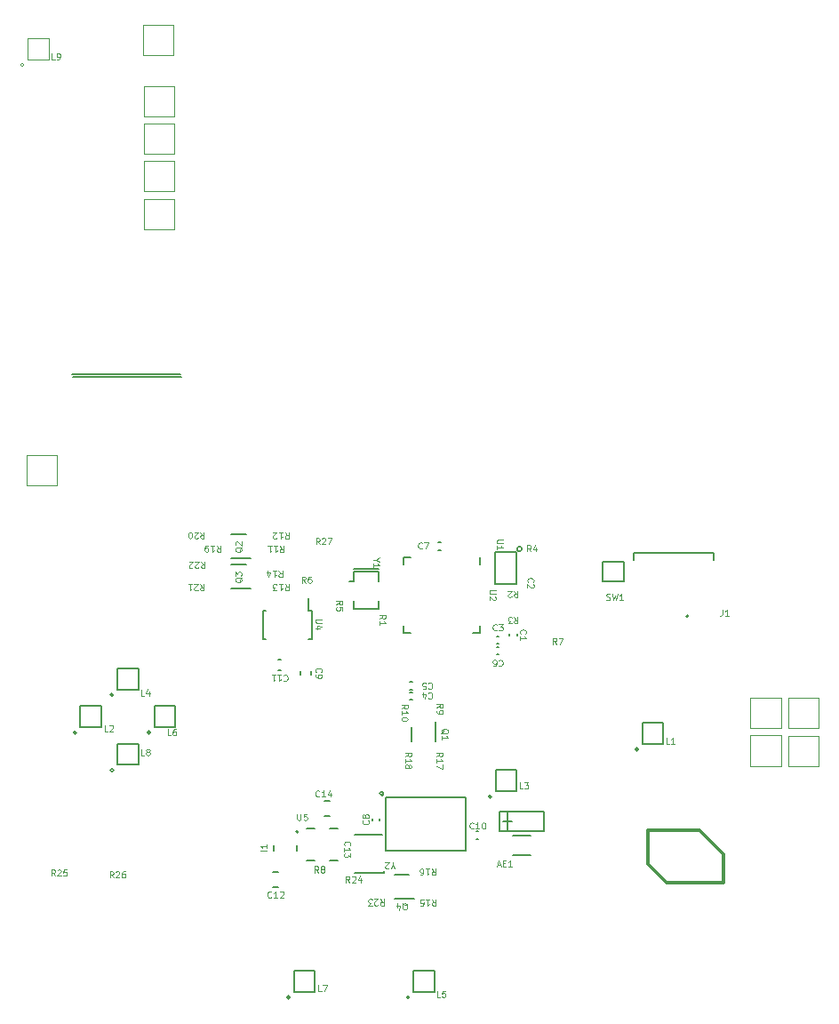
<source format=gbr>
%TF.GenerationSoftware,KiCad,Pcbnew,7.0.6*%
%TF.CreationDate,2024-03-31T21:54:29-07:00*%
%TF.ProjectId,retroglowplus_gbc,72657472-6f67-46c6-9f77-706c75735f67,rev?*%
%TF.SameCoordinates,Original*%
%TF.FileFunction,Legend,Top*%
%TF.FilePolarity,Positive*%
%FSLAX46Y46*%
G04 Gerber Fmt 4.6, Leading zero omitted, Abs format (unit mm)*
G04 Created by KiCad (PCBNEW 7.0.6) date 2024-03-31 21:54:29*
%MOMM*%
%LPD*%
G01*
G04 APERTURE LIST*
%ADD10C,0.150000*%
%ADD11C,0.100000*%
%ADD12C,0.350000*%
%ADD13C,0.120000*%
%ADD14C,0.127000*%
%ADD15C,0.200000*%
G04 APERTURE END LIST*
D10*
X253746000Y-137261600D02*
X254558800Y-137261600D01*
X212737700Y-94919800D02*
X223075500Y-94919800D01*
X254152400Y-136372600D02*
X254152400Y-138150600D01*
X212699600Y-94665800D02*
X223050100Y-94665800D01*
X253441200Y-136372600D02*
X257606800Y-136372600D01*
X257606800Y-138201400D01*
X253441200Y-138201400D01*
X253441200Y-136372600D01*
D11*
X231241971Y-140087313D02*
X230641971Y-140087313D01*
X231241971Y-139487314D02*
X231241971Y-139830171D01*
X231241971Y-139658742D02*
X230641971Y-139658742D01*
X230641971Y-139658742D02*
X230727685Y-139715885D01*
X230727685Y-139715885D02*
X230784828Y-139773028D01*
X230784828Y-139773028D02*
X230813400Y-139830171D01*
X232490914Y-111055828D02*
X232690914Y-111341542D01*
X232833771Y-111055828D02*
X232833771Y-111655828D01*
X232833771Y-111655828D02*
X232605200Y-111655828D01*
X232605200Y-111655828D02*
X232548057Y-111627257D01*
X232548057Y-111627257D02*
X232519486Y-111598685D01*
X232519486Y-111598685D02*
X232490914Y-111541542D01*
X232490914Y-111541542D02*
X232490914Y-111455828D01*
X232490914Y-111455828D02*
X232519486Y-111398685D01*
X232519486Y-111398685D02*
X232548057Y-111370114D01*
X232548057Y-111370114D02*
X232605200Y-111341542D01*
X232605200Y-111341542D02*
X232833771Y-111341542D01*
X231919486Y-111055828D02*
X232262343Y-111055828D01*
X232090914Y-111055828D02*
X232090914Y-111655828D01*
X232090914Y-111655828D02*
X232148057Y-111570114D01*
X232148057Y-111570114D02*
X232205200Y-111512971D01*
X232205200Y-111512971D02*
X232262343Y-111484400D01*
X231348057Y-111055828D02*
X231690914Y-111055828D01*
X231519485Y-111055828D02*
X231519485Y-111655828D01*
X231519485Y-111655828D02*
X231576628Y-111570114D01*
X231576628Y-111570114D02*
X231633771Y-111512971D01*
X231633771Y-111512971D02*
X231690914Y-111484400D01*
X246977729Y-144698443D02*
X247177729Y-144984157D01*
X247320586Y-144698443D02*
X247320586Y-145298443D01*
X247320586Y-145298443D02*
X247092015Y-145298443D01*
X247092015Y-145298443D02*
X247034872Y-145269872D01*
X247034872Y-145269872D02*
X247006301Y-145241300D01*
X247006301Y-145241300D02*
X246977729Y-145184157D01*
X246977729Y-145184157D02*
X246977729Y-145098443D01*
X246977729Y-145098443D02*
X247006301Y-145041300D01*
X247006301Y-145041300D02*
X247034872Y-145012729D01*
X247034872Y-145012729D02*
X247092015Y-144984157D01*
X247092015Y-144984157D02*
X247320586Y-144984157D01*
X246406301Y-144698443D02*
X246749158Y-144698443D01*
X246577729Y-144698443D02*
X246577729Y-145298443D01*
X246577729Y-145298443D02*
X246634872Y-145212729D01*
X246634872Y-145212729D02*
X246692015Y-145155586D01*
X246692015Y-145155586D02*
X246749158Y-145127015D01*
X245863443Y-145298443D02*
X246149157Y-145298443D01*
X246149157Y-145298443D02*
X246177729Y-145012729D01*
X246177729Y-145012729D02*
X246149157Y-145041300D01*
X246149157Y-145041300D02*
X246092015Y-145069872D01*
X246092015Y-145069872D02*
X245949157Y-145069872D01*
X245949157Y-145069872D02*
X245892015Y-145041300D01*
X245892015Y-145041300D02*
X245863443Y-145012729D01*
X245863443Y-145012729D02*
X245834872Y-144955586D01*
X245834872Y-144955586D02*
X245834872Y-144812729D01*
X245834872Y-144812729D02*
X245863443Y-144755586D01*
X245863443Y-144755586D02*
X245892015Y-144727015D01*
X245892015Y-144727015D02*
X245949157Y-144698443D01*
X245949157Y-144698443D02*
X246092015Y-144698443D01*
X246092015Y-144698443D02*
X246149157Y-144727015D01*
X246149157Y-144727015D02*
X246177729Y-144755586D01*
X234926200Y-114572371D02*
X234726200Y-114286657D01*
X234583343Y-114572371D02*
X234583343Y-113972371D01*
X234583343Y-113972371D02*
X234811914Y-113972371D01*
X234811914Y-113972371D02*
X234869057Y-114000942D01*
X234869057Y-114000942D02*
X234897628Y-114029514D01*
X234897628Y-114029514D02*
X234926200Y-114086657D01*
X234926200Y-114086657D02*
X234926200Y-114172371D01*
X234926200Y-114172371D02*
X234897628Y-114229514D01*
X234897628Y-114229514D02*
X234869057Y-114258085D01*
X234869057Y-114258085D02*
X234811914Y-114286657D01*
X234811914Y-114286657D02*
X234583343Y-114286657D01*
X235440486Y-113972371D02*
X235326200Y-113972371D01*
X235326200Y-113972371D02*
X235269057Y-114000942D01*
X235269057Y-114000942D02*
X235240486Y-114029514D01*
X235240486Y-114029514D02*
X235183343Y-114115228D01*
X235183343Y-114115228D02*
X235154771Y-114229514D01*
X235154771Y-114229514D02*
X235154771Y-114458085D01*
X235154771Y-114458085D02*
X235183343Y-114515228D01*
X235183343Y-114515228D02*
X235211914Y-114543800D01*
X235211914Y-114543800D02*
X235269057Y-114572371D01*
X235269057Y-114572371D02*
X235383343Y-114572371D01*
X235383343Y-114572371D02*
X235440486Y-114543800D01*
X235440486Y-114543800D02*
X235469057Y-114515228D01*
X235469057Y-114515228D02*
X235497628Y-114458085D01*
X235497628Y-114458085D02*
X235497628Y-114315228D01*
X235497628Y-114315228D02*
X235469057Y-114258085D01*
X235469057Y-114258085D02*
X235440486Y-114229514D01*
X235440486Y-114229514D02*
X235383343Y-114200942D01*
X235383343Y-114200942D02*
X235269057Y-114200942D01*
X235269057Y-114200942D02*
X235211914Y-114229514D01*
X235211914Y-114229514D02*
X235183343Y-114258085D01*
X235183343Y-114258085D02*
X235154771Y-114315228D01*
X216079400Y-128720171D02*
X215793686Y-128720171D01*
X215793686Y-128720171D02*
X215793686Y-128120171D01*
X216250828Y-128177314D02*
X216279400Y-128148742D01*
X216279400Y-128148742D02*
X216336543Y-128120171D01*
X216336543Y-128120171D02*
X216479400Y-128120171D01*
X216479400Y-128120171D02*
X216536543Y-128148742D01*
X216536543Y-128148742D02*
X216565114Y-128177314D01*
X216565114Y-128177314D02*
X216593685Y-128234457D01*
X216593685Y-128234457D02*
X216593685Y-128291600D01*
X216593685Y-128291600D02*
X216565114Y-128377314D01*
X216565114Y-128377314D02*
X216222257Y-128720171D01*
X216222257Y-128720171D02*
X216593685Y-128720171D01*
X256397007Y-111576664D02*
X256197007Y-111290950D01*
X256054150Y-111576664D02*
X256054150Y-110976664D01*
X256054150Y-110976664D02*
X256282721Y-110976664D01*
X256282721Y-110976664D02*
X256339864Y-111005235D01*
X256339864Y-111005235D02*
X256368435Y-111033807D01*
X256368435Y-111033807D02*
X256397007Y-111090950D01*
X256397007Y-111090950D02*
X256397007Y-111176664D01*
X256397007Y-111176664D02*
X256368435Y-111233807D01*
X256368435Y-111233807D02*
X256339864Y-111262378D01*
X256339864Y-111262378D02*
X256282721Y-111290950D01*
X256282721Y-111290950D02*
X256054150Y-111290950D01*
X256911293Y-111176664D02*
X256911293Y-111576664D01*
X256768435Y-110948093D02*
X256625578Y-111376664D01*
X256625578Y-111376664D02*
X256997007Y-111376664D01*
X253038828Y-115277857D02*
X252553114Y-115277857D01*
X252553114Y-115277857D02*
X252495971Y-115306428D01*
X252495971Y-115306428D02*
X252467400Y-115335000D01*
X252467400Y-115335000D02*
X252438828Y-115392142D01*
X252438828Y-115392142D02*
X252438828Y-115506428D01*
X252438828Y-115506428D02*
X252467400Y-115563571D01*
X252467400Y-115563571D02*
X252495971Y-115592142D01*
X252495971Y-115592142D02*
X252553114Y-115620714D01*
X252553114Y-115620714D02*
X253038828Y-115620714D01*
X252981685Y-115877856D02*
X253010257Y-115906428D01*
X253010257Y-115906428D02*
X253038828Y-115963571D01*
X253038828Y-115963571D02*
X253038828Y-116106428D01*
X253038828Y-116106428D02*
X253010257Y-116163571D01*
X253010257Y-116163571D02*
X252981685Y-116192142D01*
X252981685Y-116192142D02*
X252924542Y-116220713D01*
X252924542Y-116220713D02*
X252867400Y-116220713D01*
X252867400Y-116220713D02*
X252781685Y-116192142D01*
X252781685Y-116192142D02*
X252438828Y-115849285D01*
X252438828Y-115849285D02*
X252438828Y-116220713D01*
X244050228Y-126563485D02*
X244335942Y-126363485D01*
X244050228Y-126220628D02*
X244650228Y-126220628D01*
X244650228Y-126220628D02*
X244650228Y-126449199D01*
X244650228Y-126449199D02*
X244621657Y-126506342D01*
X244621657Y-126506342D02*
X244593085Y-126534913D01*
X244593085Y-126534913D02*
X244535942Y-126563485D01*
X244535942Y-126563485D02*
X244450228Y-126563485D01*
X244450228Y-126563485D02*
X244393085Y-126534913D01*
X244393085Y-126534913D02*
X244364514Y-126506342D01*
X244364514Y-126506342D02*
X244335942Y-126449199D01*
X244335942Y-126449199D02*
X244335942Y-126220628D01*
X244050228Y-127134913D02*
X244050228Y-126792056D01*
X244050228Y-126963485D02*
X244650228Y-126963485D01*
X244650228Y-126963485D02*
X244564514Y-126906342D01*
X244564514Y-126906342D02*
X244507371Y-126849199D01*
X244507371Y-126849199D02*
X244478800Y-126792056D01*
X244650228Y-127506342D02*
X244650228Y-127563485D01*
X244650228Y-127563485D02*
X244621657Y-127620628D01*
X244621657Y-127620628D02*
X244593085Y-127649200D01*
X244593085Y-127649200D02*
X244535942Y-127677771D01*
X244535942Y-127677771D02*
X244421657Y-127706342D01*
X244421657Y-127706342D02*
X244278800Y-127706342D01*
X244278800Y-127706342D02*
X244164514Y-127677771D01*
X244164514Y-127677771D02*
X244107371Y-127649200D01*
X244107371Y-127649200D02*
X244078800Y-127620628D01*
X244078800Y-127620628D02*
X244050228Y-127563485D01*
X244050228Y-127563485D02*
X244050228Y-127506342D01*
X244050228Y-127506342D02*
X244078800Y-127449200D01*
X244078800Y-127449200D02*
X244107371Y-127420628D01*
X244107371Y-127420628D02*
X244164514Y-127392057D01*
X244164514Y-127392057D02*
X244278800Y-127363485D01*
X244278800Y-127363485D02*
X244421657Y-127363485D01*
X244421657Y-127363485D02*
X244535942Y-127392057D01*
X244535942Y-127392057D02*
X244593085Y-127420628D01*
X244593085Y-127420628D02*
X244621657Y-127449200D01*
X244621657Y-127449200D02*
X244650228Y-127506342D01*
X243236714Y-141465942D02*
X243236714Y-141180228D01*
X243436714Y-141780228D02*
X243236714Y-141465942D01*
X243236714Y-141465942D02*
X243036714Y-141780228D01*
X242865285Y-141723085D02*
X242836713Y-141751657D01*
X242836713Y-141751657D02*
X242779571Y-141780228D01*
X242779571Y-141780228D02*
X242636713Y-141780228D01*
X242636713Y-141780228D02*
X242579571Y-141751657D01*
X242579571Y-141751657D02*
X242550999Y-141723085D01*
X242550999Y-141723085D02*
X242522428Y-141665942D01*
X242522428Y-141665942D02*
X242522428Y-141608800D01*
X242522428Y-141608800D02*
X242550999Y-141523085D01*
X242550999Y-141523085D02*
X242893856Y-141180228D01*
X242893856Y-141180228D02*
X242522428Y-141180228D01*
X232363914Y-113392628D02*
X232563914Y-113678342D01*
X232706771Y-113392628D02*
X232706771Y-113992628D01*
X232706771Y-113992628D02*
X232478200Y-113992628D01*
X232478200Y-113992628D02*
X232421057Y-113964057D01*
X232421057Y-113964057D02*
X232392486Y-113935485D01*
X232392486Y-113935485D02*
X232363914Y-113878342D01*
X232363914Y-113878342D02*
X232363914Y-113792628D01*
X232363914Y-113792628D02*
X232392486Y-113735485D01*
X232392486Y-113735485D02*
X232421057Y-113706914D01*
X232421057Y-113706914D02*
X232478200Y-113678342D01*
X232478200Y-113678342D02*
X232706771Y-113678342D01*
X231792486Y-113392628D02*
X232135343Y-113392628D01*
X231963914Y-113392628D02*
X231963914Y-113992628D01*
X231963914Y-113992628D02*
X232021057Y-113906914D01*
X232021057Y-113906914D02*
X232078200Y-113849771D01*
X232078200Y-113849771D02*
X232135343Y-113821200D01*
X231278200Y-113792628D02*
X231278200Y-113392628D01*
X231421057Y-114021200D02*
X231563914Y-113592628D01*
X231563914Y-113592628D02*
X231192485Y-113592628D01*
X216631885Y-142639371D02*
X216431885Y-142353657D01*
X216289028Y-142639371D02*
X216289028Y-142039371D01*
X216289028Y-142039371D02*
X216517599Y-142039371D01*
X216517599Y-142039371D02*
X216574742Y-142067942D01*
X216574742Y-142067942D02*
X216603313Y-142096514D01*
X216603313Y-142096514D02*
X216631885Y-142153657D01*
X216631885Y-142153657D02*
X216631885Y-142239371D01*
X216631885Y-142239371D02*
X216603313Y-142296514D01*
X216603313Y-142296514D02*
X216574742Y-142325085D01*
X216574742Y-142325085D02*
X216517599Y-142353657D01*
X216517599Y-142353657D02*
X216289028Y-142353657D01*
X216860456Y-142096514D02*
X216889028Y-142067942D01*
X216889028Y-142067942D02*
X216946171Y-142039371D01*
X216946171Y-142039371D02*
X217089028Y-142039371D01*
X217089028Y-142039371D02*
X217146171Y-142067942D01*
X217146171Y-142067942D02*
X217174742Y-142096514D01*
X217174742Y-142096514D02*
X217203313Y-142153657D01*
X217203313Y-142153657D02*
X217203313Y-142210800D01*
X217203313Y-142210800D02*
X217174742Y-142296514D01*
X217174742Y-142296514D02*
X216831885Y-142639371D01*
X216831885Y-142639371D02*
X217203313Y-142639371D01*
X217717600Y-142039371D02*
X217603314Y-142039371D01*
X217603314Y-142039371D02*
X217546171Y-142067942D01*
X217546171Y-142067942D02*
X217517600Y-142096514D01*
X217517600Y-142096514D02*
X217460457Y-142182228D01*
X217460457Y-142182228D02*
X217431885Y-142296514D01*
X217431885Y-142296514D02*
X217431885Y-142525085D01*
X217431885Y-142525085D02*
X217460457Y-142582228D01*
X217460457Y-142582228D02*
X217489028Y-142610800D01*
X217489028Y-142610800D02*
X217546171Y-142639371D01*
X217546171Y-142639371D02*
X217660457Y-142639371D01*
X217660457Y-142639371D02*
X217717600Y-142610800D01*
X217717600Y-142610800D02*
X217746171Y-142582228D01*
X217746171Y-142582228D02*
X217774742Y-142525085D01*
X217774742Y-142525085D02*
X217774742Y-142382228D01*
X217774742Y-142382228D02*
X217746171Y-142325085D01*
X217746171Y-142325085D02*
X217717600Y-142296514D01*
X217717600Y-142296514D02*
X217660457Y-142267942D01*
X217660457Y-142267942D02*
X217546171Y-142267942D01*
X217546171Y-142267942D02*
X217489028Y-142296514D01*
X217489028Y-142296514D02*
X217460457Y-142325085D01*
X217460457Y-142325085D02*
X217431885Y-142382228D01*
X263588599Y-116169400D02*
X263674314Y-116197971D01*
X263674314Y-116197971D02*
X263817171Y-116197971D01*
X263817171Y-116197971D02*
X263874314Y-116169400D01*
X263874314Y-116169400D02*
X263902885Y-116140828D01*
X263902885Y-116140828D02*
X263931456Y-116083685D01*
X263931456Y-116083685D02*
X263931456Y-116026542D01*
X263931456Y-116026542D02*
X263902885Y-115969400D01*
X263902885Y-115969400D02*
X263874314Y-115940828D01*
X263874314Y-115940828D02*
X263817171Y-115912257D01*
X263817171Y-115912257D02*
X263702885Y-115883685D01*
X263702885Y-115883685D02*
X263645742Y-115855114D01*
X263645742Y-115855114D02*
X263617171Y-115826542D01*
X263617171Y-115826542D02*
X263588599Y-115769400D01*
X263588599Y-115769400D02*
X263588599Y-115712257D01*
X263588599Y-115712257D02*
X263617171Y-115655114D01*
X263617171Y-115655114D02*
X263645742Y-115626542D01*
X263645742Y-115626542D02*
X263702885Y-115597971D01*
X263702885Y-115597971D02*
X263845742Y-115597971D01*
X263845742Y-115597971D02*
X263931456Y-115626542D01*
X264131457Y-115597971D02*
X264274314Y-116197971D01*
X264274314Y-116197971D02*
X264388600Y-115769400D01*
X264388600Y-115769400D02*
X264502885Y-116197971D01*
X264502885Y-116197971D02*
X264645743Y-115597971D01*
X265188599Y-116197971D02*
X264845742Y-116197971D01*
X265017171Y-116197971D02*
X265017171Y-115597971D01*
X265017171Y-115597971D02*
X264960028Y-115683685D01*
X264960028Y-115683685D02*
X264902885Y-115740828D01*
X264902885Y-115740828D02*
X264845742Y-115769400D01*
X253138000Y-119044828D02*
X253109428Y-119073400D01*
X253109428Y-119073400D02*
X253023714Y-119101971D01*
X253023714Y-119101971D02*
X252966571Y-119101971D01*
X252966571Y-119101971D02*
X252880857Y-119073400D01*
X252880857Y-119073400D02*
X252823714Y-119016257D01*
X252823714Y-119016257D02*
X252795143Y-118959114D01*
X252795143Y-118959114D02*
X252766571Y-118844828D01*
X252766571Y-118844828D02*
X252766571Y-118759114D01*
X252766571Y-118759114D02*
X252795143Y-118644828D01*
X252795143Y-118644828D02*
X252823714Y-118587685D01*
X252823714Y-118587685D02*
X252880857Y-118530542D01*
X252880857Y-118530542D02*
X252966571Y-118501971D01*
X252966571Y-118501971D02*
X253023714Y-118501971D01*
X253023714Y-118501971D02*
X253109428Y-118530542D01*
X253109428Y-118530542D02*
X253138000Y-118559114D01*
X253338000Y-118501971D02*
X253709428Y-118501971D01*
X253709428Y-118501971D02*
X253509428Y-118730542D01*
X253509428Y-118730542D02*
X253595143Y-118730542D01*
X253595143Y-118730542D02*
X253652286Y-118759114D01*
X253652286Y-118759114D02*
X253680857Y-118787685D01*
X253680857Y-118787685D02*
X253709428Y-118844828D01*
X253709428Y-118844828D02*
X253709428Y-118987685D01*
X253709428Y-118987685D02*
X253680857Y-119044828D01*
X253680857Y-119044828D02*
X253652286Y-119073400D01*
X253652286Y-119073400D02*
X253595143Y-119101971D01*
X253595143Y-119101971D02*
X253423714Y-119101971D01*
X253423714Y-119101971D02*
X253366571Y-119073400D01*
X253366571Y-119073400D02*
X253338000Y-119044828D01*
X236446695Y-153491373D02*
X236160981Y-153491373D01*
X236160981Y-153491373D02*
X236160981Y-152891373D01*
X236589552Y-152891373D02*
X236989552Y-152891373D01*
X236989552Y-152891373D02*
X236732409Y-153491373D01*
X232963314Y-114677628D02*
X233163314Y-114963342D01*
X233306171Y-114677628D02*
X233306171Y-115277628D01*
X233306171Y-115277628D02*
X233077600Y-115277628D01*
X233077600Y-115277628D02*
X233020457Y-115249057D01*
X233020457Y-115249057D02*
X232991886Y-115220485D01*
X232991886Y-115220485D02*
X232963314Y-115163342D01*
X232963314Y-115163342D02*
X232963314Y-115077628D01*
X232963314Y-115077628D02*
X232991886Y-115020485D01*
X232991886Y-115020485D02*
X233020457Y-114991914D01*
X233020457Y-114991914D02*
X233077600Y-114963342D01*
X233077600Y-114963342D02*
X233306171Y-114963342D01*
X232391886Y-114677628D02*
X232734743Y-114677628D01*
X232563314Y-114677628D02*
X232563314Y-115277628D01*
X232563314Y-115277628D02*
X232620457Y-115191914D01*
X232620457Y-115191914D02*
X232677600Y-115134771D01*
X232677600Y-115134771D02*
X232734743Y-115106200D01*
X232191885Y-115277628D02*
X231820457Y-115277628D01*
X231820457Y-115277628D02*
X232020457Y-115049057D01*
X232020457Y-115049057D02*
X231934742Y-115049057D01*
X231934742Y-115049057D02*
X231877600Y-115020485D01*
X231877600Y-115020485D02*
X231849028Y-114991914D01*
X231849028Y-114991914D02*
X231820457Y-114934771D01*
X231820457Y-114934771D02*
X231820457Y-114791914D01*
X231820457Y-114791914D02*
X231849028Y-114734771D01*
X231849028Y-114734771D02*
X231877600Y-114706200D01*
X231877600Y-114706200D02*
X231934742Y-114677628D01*
X231934742Y-114677628D02*
X232106171Y-114677628D01*
X232106171Y-114677628D02*
X232163314Y-114706200D01*
X232163314Y-114706200D02*
X232191885Y-114734771D01*
X219577097Y-130993305D02*
X219291383Y-130993305D01*
X219291383Y-130993305D02*
X219291383Y-130393305D01*
X219862811Y-130650448D02*
X219805668Y-130621876D01*
X219805668Y-130621876D02*
X219777097Y-130593305D01*
X219777097Y-130593305D02*
X219748525Y-130536162D01*
X219748525Y-130536162D02*
X219748525Y-130507591D01*
X219748525Y-130507591D02*
X219777097Y-130450448D01*
X219777097Y-130450448D02*
X219805668Y-130421876D01*
X219805668Y-130421876D02*
X219862811Y-130393305D01*
X219862811Y-130393305D02*
X219977097Y-130393305D01*
X219977097Y-130393305D02*
X220034240Y-130421876D01*
X220034240Y-130421876D02*
X220062811Y-130450448D01*
X220062811Y-130450448D02*
X220091382Y-130507591D01*
X220091382Y-130507591D02*
X220091382Y-130536162D01*
X220091382Y-130536162D02*
X220062811Y-130593305D01*
X220062811Y-130593305D02*
X220034240Y-130621876D01*
X220034240Y-130621876D02*
X219977097Y-130650448D01*
X219977097Y-130650448D02*
X219862811Y-130650448D01*
X219862811Y-130650448D02*
X219805668Y-130679019D01*
X219805668Y-130679019D02*
X219777097Y-130707591D01*
X219777097Y-130707591D02*
X219748525Y-130764734D01*
X219748525Y-130764734D02*
X219748525Y-130879019D01*
X219748525Y-130879019D02*
X219777097Y-130936162D01*
X219777097Y-130936162D02*
X219805668Y-130964734D01*
X219805668Y-130964734D02*
X219862811Y-130993305D01*
X219862811Y-130993305D02*
X219977097Y-130993305D01*
X219977097Y-130993305D02*
X220034240Y-130964734D01*
X220034240Y-130964734D02*
X220062811Y-130936162D01*
X220062811Y-130936162D02*
X220091382Y-130879019D01*
X220091382Y-130879019D02*
X220091382Y-130764734D01*
X220091382Y-130764734D02*
X220062811Y-130707591D01*
X220062811Y-130707591D02*
X220034240Y-130679019D01*
X220034240Y-130679019D02*
X219977097Y-130650448D01*
X255637499Y-134185231D02*
X255351785Y-134185231D01*
X255351785Y-134185231D02*
X255351785Y-133585231D01*
X255780356Y-133585231D02*
X256151784Y-133585231D01*
X256151784Y-133585231D02*
X255951784Y-133813802D01*
X255951784Y-133813802D02*
X256037499Y-133813802D01*
X256037499Y-133813802D02*
X256094642Y-133842374D01*
X256094642Y-133842374D02*
X256123213Y-133870945D01*
X256123213Y-133870945D02*
X256151784Y-133928088D01*
X256151784Y-133928088D02*
X256151784Y-134070945D01*
X256151784Y-134070945D02*
X256123213Y-134128088D01*
X256123213Y-134128088D02*
X256094642Y-134156660D01*
X256094642Y-134156660D02*
X256037499Y-134185231D01*
X256037499Y-134185231D02*
X255866070Y-134185231D01*
X255866070Y-134185231D02*
X255808927Y-134156660D01*
X255808927Y-134156660D02*
X255780356Y-134128088D01*
X239136285Y-143096571D02*
X238936285Y-142810857D01*
X238793428Y-143096571D02*
X238793428Y-142496571D01*
X238793428Y-142496571D02*
X239021999Y-142496571D01*
X239021999Y-142496571D02*
X239079142Y-142525142D01*
X239079142Y-142525142D02*
X239107713Y-142553714D01*
X239107713Y-142553714D02*
X239136285Y-142610857D01*
X239136285Y-142610857D02*
X239136285Y-142696571D01*
X239136285Y-142696571D02*
X239107713Y-142753714D01*
X239107713Y-142753714D02*
X239079142Y-142782285D01*
X239079142Y-142782285D02*
X239021999Y-142810857D01*
X239021999Y-142810857D02*
X238793428Y-142810857D01*
X239364856Y-142553714D02*
X239393428Y-142525142D01*
X239393428Y-142525142D02*
X239450571Y-142496571D01*
X239450571Y-142496571D02*
X239593428Y-142496571D01*
X239593428Y-142496571D02*
X239650571Y-142525142D01*
X239650571Y-142525142D02*
X239679142Y-142553714D01*
X239679142Y-142553714D02*
X239707713Y-142610857D01*
X239707713Y-142610857D02*
X239707713Y-142668000D01*
X239707713Y-142668000D02*
X239679142Y-142753714D01*
X239679142Y-142753714D02*
X239336285Y-143096571D01*
X239336285Y-143096571D02*
X239707713Y-143096571D01*
X240222000Y-142696571D02*
X240222000Y-143096571D01*
X240079142Y-142468000D02*
X239936285Y-142896571D01*
X239936285Y-142896571D02*
X240307714Y-142896571D01*
X237843028Y-116659500D02*
X238128742Y-116459500D01*
X237843028Y-116316643D02*
X238443028Y-116316643D01*
X238443028Y-116316643D02*
X238443028Y-116545214D01*
X238443028Y-116545214D02*
X238414457Y-116602357D01*
X238414457Y-116602357D02*
X238385885Y-116630928D01*
X238385885Y-116630928D02*
X238328742Y-116659500D01*
X238328742Y-116659500D02*
X238243028Y-116659500D01*
X238243028Y-116659500D02*
X238185885Y-116630928D01*
X238185885Y-116630928D02*
X238157314Y-116602357D01*
X238157314Y-116602357D02*
X238128742Y-116545214D01*
X238128742Y-116545214D02*
X238128742Y-116316643D01*
X238443028Y-117202357D02*
X238443028Y-116916643D01*
X238443028Y-116916643D02*
X238157314Y-116888071D01*
X238157314Y-116888071D02*
X238185885Y-116916643D01*
X238185885Y-116916643D02*
X238214457Y-116973786D01*
X238214457Y-116973786D02*
X238214457Y-117116643D01*
X238214457Y-117116643D02*
X238185885Y-117173786D01*
X238185885Y-117173786D02*
X238157314Y-117202357D01*
X238157314Y-117202357D02*
X238100171Y-117230928D01*
X238100171Y-117230928D02*
X237957314Y-117230928D01*
X237957314Y-117230928D02*
X237900171Y-117202357D01*
X237900171Y-117202357D02*
X237871600Y-117173786D01*
X237871600Y-117173786D02*
X237843028Y-117116643D01*
X237843028Y-117116643D02*
X237843028Y-116973786D01*
X237843028Y-116973786D02*
X237871600Y-116916643D01*
X237871600Y-116916643D02*
X237900171Y-116888071D01*
X247857685Y-128934257D02*
X247886257Y-128877114D01*
X247886257Y-128877114D02*
X247943400Y-128819971D01*
X247943400Y-128819971D02*
X248029114Y-128734257D01*
X248029114Y-128734257D02*
X248057685Y-128677114D01*
X248057685Y-128677114D02*
X248057685Y-128619971D01*
X247914828Y-128648542D02*
X247943400Y-128591400D01*
X247943400Y-128591400D02*
X248000542Y-128534257D01*
X248000542Y-128534257D02*
X248114828Y-128505685D01*
X248114828Y-128505685D02*
X248314828Y-128505685D01*
X248314828Y-128505685D02*
X248429114Y-128534257D01*
X248429114Y-128534257D02*
X248486257Y-128591400D01*
X248486257Y-128591400D02*
X248514828Y-128648542D01*
X248514828Y-128648542D02*
X248514828Y-128762828D01*
X248514828Y-128762828D02*
X248486257Y-128819971D01*
X248486257Y-128819971D02*
X248429114Y-128877114D01*
X248429114Y-128877114D02*
X248314828Y-128905685D01*
X248314828Y-128905685D02*
X248114828Y-128905685D01*
X248114828Y-128905685D02*
X248000542Y-128877114D01*
X248000542Y-128877114D02*
X247943400Y-128819971D01*
X247943400Y-128819971D02*
X247914828Y-128762828D01*
X247914828Y-128762828D02*
X247914828Y-128648542D01*
X247914828Y-129477113D02*
X247914828Y-129134256D01*
X247914828Y-129305685D02*
X248514828Y-129305685D01*
X248514828Y-129305685D02*
X248429114Y-129248542D01*
X248429114Y-129248542D02*
X248371971Y-129191399D01*
X248371971Y-129191399D02*
X248343400Y-129134256D01*
X219559200Y-125316571D02*
X219273486Y-125316571D01*
X219273486Y-125316571D02*
X219273486Y-124716571D01*
X220016343Y-124916571D02*
X220016343Y-125316571D01*
X219873485Y-124688000D02*
X219730628Y-125116571D01*
X219730628Y-125116571D02*
X220102057Y-125116571D01*
X254786399Y-117830728D02*
X254986399Y-118116442D01*
X255129256Y-117830728D02*
X255129256Y-118430728D01*
X255129256Y-118430728D02*
X254900685Y-118430728D01*
X254900685Y-118430728D02*
X254843542Y-118402157D01*
X254843542Y-118402157D02*
X254814971Y-118373585D01*
X254814971Y-118373585D02*
X254786399Y-118316442D01*
X254786399Y-118316442D02*
X254786399Y-118230728D01*
X254786399Y-118230728D02*
X254814971Y-118173585D01*
X254814971Y-118173585D02*
X254843542Y-118145014D01*
X254843542Y-118145014D02*
X254900685Y-118116442D01*
X254900685Y-118116442D02*
X255129256Y-118116442D01*
X254586399Y-118430728D02*
X254214971Y-118430728D01*
X254214971Y-118430728D02*
X254414971Y-118202157D01*
X254414971Y-118202157D02*
X254329256Y-118202157D01*
X254329256Y-118202157D02*
X254272114Y-118173585D01*
X254272114Y-118173585D02*
X254243542Y-118145014D01*
X254243542Y-118145014D02*
X254214971Y-118087871D01*
X254214971Y-118087871D02*
X254214971Y-117945014D01*
X254214971Y-117945014D02*
X254243542Y-117887871D01*
X254243542Y-117887871D02*
X254272114Y-117859300D01*
X254272114Y-117859300D02*
X254329256Y-117830728D01*
X254329256Y-117830728D02*
X254500685Y-117830728D01*
X254500685Y-117830728D02*
X254557828Y-117859300D01*
X254557828Y-117859300D02*
X254586399Y-117887871D01*
X247413428Y-126478400D02*
X247699142Y-126278400D01*
X247413428Y-126135543D02*
X248013428Y-126135543D01*
X248013428Y-126135543D02*
X248013428Y-126364114D01*
X248013428Y-126364114D02*
X247984857Y-126421257D01*
X247984857Y-126421257D02*
X247956285Y-126449828D01*
X247956285Y-126449828D02*
X247899142Y-126478400D01*
X247899142Y-126478400D02*
X247813428Y-126478400D01*
X247813428Y-126478400D02*
X247756285Y-126449828D01*
X247756285Y-126449828D02*
X247727714Y-126421257D01*
X247727714Y-126421257D02*
X247699142Y-126364114D01*
X247699142Y-126364114D02*
X247699142Y-126135543D01*
X247413428Y-126764114D02*
X247413428Y-126878400D01*
X247413428Y-126878400D02*
X247442000Y-126935543D01*
X247442000Y-126935543D02*
X247470571Y-126964114D01*
X247470571Y-126964114D02*
X247556285Y-127021257D01*
X247556285Y-127021257D02*
X247670571Y-127049828D01*
X247670571Y-127049828D02*
X247899142Y-127049828D01*
X247899142Y-127049828D02*
X247956285Y-127021257D01*
X247956285Y-127021257D02*
X247984857Y-126992686D01*
X247984857Y-126992686D02*
X248013428Y-126935543D01*
X248013428Y-126935543D02*
X248013428Y-126821257D01*
X248013428Y-126821257D02*
X247984857Y-126764114D01*
X247984857Y-126764114D02*
X247956285Y-126735543D01*
X247956285Y-126735543D02*
X247899142Y-126706971D01*
X247899142Y-126706971D02*
X247756285Y-126706971D01*
X247756285Y-126706971D02*
X247699142Y-126735543D01*
X247699142Y-126735543D02*
X247670571Y-126764114D01*
X247670571Y-126764114D02*
X247642000Y-126821257D01*
X247642000Y-126821257D02*
X247642000Y-126935543D01*
X247642000Y-126935543D02*
X247670571Y-126992686D01*
X247670571Y-126992686D02*
X247699142Y-127021257D01*
X247699142Y-127021257D02*
X247756285Y-127049828D01*
X232846514Y-123381171D02*
X232875086Y-123352600D01*
X232875086Y-123352600D02*
X232960800Y-123324028D01*
X232960800Y-123324028D02*
X233017943Y-123324028D01*
X233017943Y-123324028D02*
X233103657Y-123352600D01*
X233103657Y-123352600D02*
X233160800Y-123409742D01*
X233160800Y-123409742D02*
X233189371Y-123466885D01*
X233189371Y-123466885D02*
X233217943Y-123581171D01*
X233217943Y-123581171D02*
X233217943Y-123666885D01*
X233217943Y-123666885D02*
X233189371Y-123781171D01*
X233189371Y-123781171D02*
X233160800Y-123838314D01*
X233160800Y-123838314D02*
X233103657Y-123895457D01*
X233103657Y-123895457D02*
X233017943Y-123924028D01*
X233017943Y-123924028D02*
X232960800Y-123924028D01*
X232960800Y-123924028D02*
X232875086Y-123895457D01*
X232875086Y-123895457D02*
X232846514Y-123866885D01*
X232275086Y-123324028D02*
X232617943Y-123324028D01*
X232446514Y-123324028D02*
X232446514Y-123924028D01*
X232446514Y-123924028D02*
X232503657Y-123838314D01*
X232503657Y-123838314D02*
X232560800Y-123781171D01*
X232560800Y-123781171D02*
X232617943Y-123752600D01*
X231703657Y-123324028D02*
X232046514Y-123324028D01*
X231875085Y-123324028D02*
X231875085Y-123924028D01*
X231875085Y-123924028D02*
X231932228Y-123838314D01*
X231932228Y-123838314D02*
X231989371Y-123781171D01*
X231989371Y-123781171D02*
X232046514Y-123752600D01*
X238671771Y-139568285D02*
X238643200Y-139539713D01*
X238643200Y-139539713D02*
X238614628Y-139453999D01*
X238614628Y-139453999D02*
X238614628Y-139396856D01*
X238614628Y-139396856D02*
X238643200Y-139311142D01*
X238643200Y-139311142D02*
X238700342Y-139253999D01*
X238700342Y-139253999D02*
X238757485Y-139225428D01*
X238757485Y-139225428D02*
X238871771Y-139196856D01*
X238871771Y-139196856D02*
X238957485Y-139196856D01*
X238957485Y-139196856D02*
X239071771Y-139225428D01*
X239071771Y-139225428D02*
X239128914Y-139253999D01*
X239128914Y-139253999D02*
X239186057Y-139311142D01*
X239186057Y-139311142D02*
X239214628Y-139396856D01*
X239214628Y-139396856D02*
X239214628Y-139453999D01*
X239214628Y-139453999D02*
X239186057Y-139539713D01*
X239186057Y-139539713D02*
X239157485Y-139568285D01*
X238614628Y-140139713D02*
X238614628Y-139796856D01*
X238614628Y-139968285D02*
X239214628Y-139968285D01*
X239214628Y-139968285D02*
X239128914Y-139911142D01*
X239128914Y-139911142D02*
X239071771Y-139853999D01*
X239071771Y-139853999D02*
X239043200Y-139796856D01*
X239214628Y-140339714D02*
X239214628Y-140711142D01*
X239214628Y-140711142D02*
X238986057Y-140511142D01*
X238986057Y-140511142D02*
X238986057Y-140596857D01*
X238986057Y-140596857D02*
X238957485Y-140654000D01*
X238957485Y-140654000D02*
X238928914Y-140682571D01*
X238928914Y-140682571D02*
X238871771Y-140711142D01*
X238871771Y-140711142D02*
X238728914Y-140711142D01*
X238728914Y-140711142D02*
X238671771Y-140682571D01*
X238671771Y-140682571D02*
X238643200Y-140654000D01*
X238643200Y-140654000D02*
X238614628Y-140596857D01*
X238614628Y-140596857D02*
X238614628Y-140425428D01*
X238614628Y-140425428D02*
X238643200Y-140368285D01*
X238643200Y-140368285D02*
X238671771Y-140339714D01*
X236471428Y-118033857D02*
X235985714Y-118033857D01*
X235985714Y-118033857D02*
X235928571Y-118062428D01*
X235928571Y-118062428D02*
X235900000Y-118091000D01*
X235900000Y-118091000D02*
X235871428Y-118148142D01*
X235871428Y-118148142D02*
X235871428Y-118262428D01*
X235871428Y-118262428D02*
X235900000Y-118319571D01*
X235900000Y-118319571D02*
X235928571Y-118348142D01*
X235928571Y-118348142D02*
X235985714Y-118376714D01*
X235985714Y-118376714D02*
X236471428Y-118376714D01*
X236271428Y-118919571D02*
X235871428Y-118919571D01*
X236500000Y-118776713D02*
X236071428Y-118633856D01*
X236071428Y-118633856D02*
X236071428Y-119005285D01*
X224906514Y-109724628D02*
X225106514Y-110010342D01*
X225249371Y-109724628D02*
X225249371Y-110324628D01*
X225249371Y-110324628D02*
X225020800Y-110324628D01*
X225020800Y-110324628D02*
X224963657Y-110296057D01*
X224963657Y-110296057D02*
X224935086Y-110267485D01*
X224935086Y-110267485D02*
X224906514Y-110210342D01*
X224906514Y-110210342D02*
X224906514Y-110124628D01*
X224906514Y-110124628D02*
X224935086Y-110067485D01*
X224935086Y-110067485D02*
X224963657Y-110038914D01*
X224963657Y-110038914D02*
X225020800Y-110010342D01*
X225020800Y-110010342D02*
X225249371Y-110010342D01*
X224677943Y-110267485D02*
X224649371Y-110296057D01*
X224649371Y-110296057D02*
X224592229Y-110324628D01*
X224592229Y-110324628D02*
X224449371Y-110324628D01*
X224449371Y-110324628D02*
X224392229Y-110296057D01*
X224392229Y-110296057D02*
X224363657Y-110267485D01*
X224363657Y-110267485D02*
X224335086Y-110210342D01*
X224335086Y-110210342D02*
X224335086Y-110153200D01*
X224335086Y-110153200D02*
X224363657Y-110067485D01*
X224363657Y-110067485D02*
X224706514Y-109724628D01*
X224706514Y-109724628D02*
X224335086Y-109724628D01*
X223963657Y-110324628D02*
X223906514Y-110324628D01*
X223906514Y-110324628D02*
X223849371Y-110296057D01*
X223849371Y-110296057D02*
X223820800Y-110267485D01*
X223820800Y-110267485D02*
X223792228Y-110210342D01*
X223792228Y-110210342D02*
X223763657Y-110096057D01*
X223763657Y-110096057D02*
X223763657Y-109953200D01*
X223763657Y-109953200D02*
X223792228Y-109838914D01*
X223792228Y-109838914D02*
X223820800Y-109781771D01*
X223820800Y-109781771D02*
X223849371Y-109753200D01*
X223849371Y-109753200D02*
X223906514Y-109724628D01*
X223906514Y-109724628D02*
X223963657Y-109724628D01*
X223963657Y-109724628D02*
X224020800Y-109753200D01*
X224020800Y-109753200D02*
X224049371Y-109781771D01*
X224049371Y-109781771D02*
X224077942Y-109838914D01*
X224077942Y-109838914D02*
X224106514Y-109953200D01*
X224106514Y-109953200D02*
X224106514Y-110096057D01*
X224106514Y-110096057D02*
X224077942Y-110210342D01*
X224077942Y-110210342D02*
X224049371Y-110267485D01*
X224049371Y-110267485D02*
X224020800Y-110296057D01*
X224020800Y-110296057D02*
X223963657Y-110324628D01*
X246632399Y-125057571D02*
X246660971Y-125029000D01*
X246660971Y-125029000D02*
X246746685Y-125000428D01*
X246746685Y-125000428D02*
X246803828Y-125000428D01*
X246803828Y-125000428D02*
X246889542Y-125029000D01*
X246889542Y-125029000D02*
X246946685Y-125086142D01*
X246946685Y-125086142D02*
X246975256Y-125143285D01*
X246975256Y-125143285D02*
X247003828Y-125257571D01*
X247003828Y-125257571D02*
X247003828Y-125343285D01*
X247003828Y-125343285D02*
X246975256Y-125457571D01*
X246975256Y-125457571D02*
X246946685Y-125514714D01*
X246946685Y-125514714D02*
X246889542Y-125571857D01*
X246889542Y-125571857D02*
X246803828Y-125600428D01*
X246803828Y-125600428D02*
X246746685Y-125600428D01*
X246746685Y-125600428D02*
X246660971Y-125571857D01*
X246660971Y-125571857D02*
X246632399Y-125543285D01*
X246118114Y-125400428D02*
X246118114Y-125000428D01*
X246260971Y-125629000D02*
X246403828Y-125200428D01*
X246403828Y-125200428D02*
X246032399Y-125200428D01*
X235928571Y-123056203D02*
X235900000Y-123027631D01*
X235900000Y-123027631D02*
X235871428Y-122941917D01*
X235871428Y-122941917D02*
X235871428Y-122884774D01*
X235871428Y-122884774D02*
X235900000Y-122799060D01*
X235900000Y-122799060D02*
X235957142Y-122741917D01*
X235957142Y-122741917D02*
X236014285Y-122713346D01*
X236014285Y-122713346D02*
X236128571Y-122684774D01*
X236128571Y-122684774D02*
X236214285Y-122684774D01*
X236214285Y-122684774D02*
X236328571Y-122713346D01*
X236328571Y-122713346D02*
X236385714Y-122741917D01*
X236385714Y-122741917D02*
X236442857Y-122799060D01*
X236442857Y-122799060D02*
X236471428Y-122884774D01*
X236471428Y-122884774D02*
X236471428Y-122941917D01*
X236471428Y-122941917D02*
X236442857Y-123027631D01*
X236442857Y-123027631D02*
X236414285Y-123056203D01*
X235871428Y-123341917D02*
X235871428Y-123456203D01*
X235871428Y-123456203D02*
X235900000Y-123513346D01*
X235900000Y-123513346D02*
X235928571Y-123541917D01*
X235928571Y-123541917D02*
X236014285Y-123599060D01*
X236014285Y-123599060D02*
X236128571Y-123627631D01*
X236128571Y-123627631D02*
X236357142Y-123627631D01*
X236357142Y-123627631D02*
X236414285Y-123599060D01*
X236414285Y-123599060D02*
X236442857Y-123570489D01*
X236442857Y-123570489D02*
X236471428Y-123513346D01*
X236471428Y-123513346D02*
X236471428Y-123399060D01*
X236471428Y-123399060D02*
X236442857Y-123341917D01*
X236442857Y-123341917D02*
X236414285Y-123313346D01*
X236414285Y-123313346D02*
X236357142Y-123284774D01*
X236357142Y-123284774D02*
X236214285Y-123284774D01*
X236214285Y-123284774D02*
X236157142Y-123313346D01*
X236157142Y-123313346D02*
X236128571Y-123341917D01*
X236128571Y-123341917D02*
X236100000Y-123399060D01*
X236100000Y-123399060D02*
X236100000Y-123513346D01*
X236100000Y-123513346D02*
X236128571Y-123570489D01*
X236128571Y-123570489D02*
X236157142Y-123599060D01*
X236157142Y-123599060D02*
X236214285Y-123627631D01*
X222099200Y-129101171D02*
X221813486Y-129101171D01*
X221813486Y-129101171D02*
X221813486Y-128501171D01*
X222556343Y-128501171D02*
X222442057Y-128501171D01*
X222442057Y-128501171D02*
X222384914Y-128529742D01*
X222384914Y-128529742D02*
X222356343Y-128558314D01*
X222356343Y-128558314D02*
X222299200Y-128644028D01*
X222299200Y-128644028D02*
X222270628Y-128758314D01*
X222270628Y-128758314D02*
X222270628Y-128986885D01*
X222270628Y-128986885D02*
X222299200Y-129044028D01*
X222299200Y-129044028D02*
X222327771Y-129072600D01*
X222327771Y-129072600D02*
X222384914Y-129101171D01*
X222384914Y-129101171D02*
X222499200Y-129101171D01*
X222499200Y-129101171D02*
X222556343Y-129072600D01*
X222556343Y-129072600D02*
X222584914Y-129044028D01*
X222584914Y-129044028D02*
X222613485Y-128986885D01*
X222613485Y-128986885D02*
X222613485Y-128844028D01*
X222613485Y-128844028D02*
X222584914Y-128786885D01*
X222584914Y-128786885D02*
X222556343Y-128758314D01*
X222556343Y-128758314D02*
X222499200Y-128729742D01*
X222499200Y-128729742D02*
X222384914Y-128729742D01*
X222384914Y-128729742D02*
X222327771Y-128758314D01*
X222327771Y-128758314D02*
X222299200Y-128786885D01*
X222299200Y-128786885D02*
X222270628Y-128844028D01*
X236257885Y-134894028D02*
X236229313Y-134922600D01*
X236229313Y-134922600D02*
X236143599Y-134951171D01*
X236143599Y-134951171D02*
X236086456Y-134951171D01*
X236086456Y-134951171D02*
X236000742Y-134922600D01*
X236000742Y-134922600D02*
X235943599Y-134865457D01*
X235943599Y-134865457D02*
X235915028Y-134808314D01*
X235915028Y-134808314D02*
X235886456Y-134694028D01*
X235886456Y-134694028D02*
X235886456Y-134608314D01*
X235886456Y-134608314D02*
X235915028Y-134494028D01*
X235915028Y-134494028D02*
X235943599Y-134436885D01*
X235943599Y-134436885D02*
X236000742Y-134379742D01*
X236000742Y-134379742D02*
X236086456Y-134351171D01*
X236086456Y-134351171D02*
X236143599Y-134351171D01*
X236143599Y-134351171D02*
X236229313Y-134379742D01*
X236229313Y-134379742D02*
X236257885Y-134408314D01*
X236829313Y-134951171D02*
X236486456Y-134951171D01*
X236657885Y-134951171D02*
X236657885Y-134351171D01*
X236657885Y-134351171D02*
X236600742Y-134436885D01*
X236600742Y-134436885D02*
X236543599Y-134494028D01*
X236543599Y-134494028D02*
X236486456Y-134522600D01*
X237343600Y-134551171D02*
X237343600Y-134951171D01*
X237200742Y-134322600D02*
X237057885Y-134751171D01*
X237057885Y-134751171D02*
X237429314Y-134751171D01*
X269571800Y-129888571D02*
X269286086Y-129888571D01*
X269286086Y-129888571D02*
X269286086Y-129288571D01*
X270086085Y-129888571D02*
X269743228Y-129888571D01*
X269914657Y-129888571D02*
X269914657Y-129288571D01*
X269914657Y-129288571D02*
X269857514Y-129374285D01*
X269857514Y-129374285D02*
X269800371Y-129431428D01*
X269800371Y-129431428D02*
X269743228Y-129460000D01*
X236266085Y-110889371D02*
X236066085Y-110603657D01*
X235923228Y-110889371D02*
X235923228Y-110289371D01*
X235923228Y-110289371D02*
X236151799Y-110289371D01*
X236151799Y-110289371D02*
X236208942Y-110317942D01*
X236208942Y-110317942D02*
X236237513Y-110346514D01*
X236237513Y-110346514D02*
X236266085Y-110403657D01*
X236266085Y-110403657D02*
X236266085Y-110489371D01*
X236266085Y-110489371D02*
X236237513Y-110546514D01*
X236237513Y-110546514D02*
X236208942Y-110575085D01*
X236208942Y-110575085D02*
X236151799Y-110603657D01*
X236151799Y-110603657D02*
X235923228Y-110603657D01*
X236494656Y-110346514D02*
X236523228Y-110317942D01*
X236523228Y-110317942D02*
X236580371Y-110289371D01*
X236580371Y-110289371D02*
X236723228Y-110289371D01*
X236723228Y-110289371D02*
X236780371Y-110317942D01*
X236780371Y-110317942D02*
X236808942Y-110346514D01*
X236808942Y-110346514D02*
X236837513Y-110403657D01*
X236837513Y-110403657D02*
X236837513Y-110460800D01*
X236837513Y-110460800D02*
X236808942Y-110546514D01*
X236808942Y-110546514D02*
X236466085Y-110889371D01*
X236466085Y-110889371D02*
X236837513Y-110889371D01*
X237037514Y-110289371D02*
X237437514Y-110289371D01*
X237437514Y-110289371D02*
X237180371Y-110889371D01*
X211050200Y-64737571D02*
X210764486Y-64737571D01*
X210764486Y-64737571D02*
X210764486Y-64137571D01*
X211278771Y-64737571D02*
X211393057Y-64737571D01*
X211393057Y-64737571D02*
X211450200Y-64709000D01*
X211450200Y-64709000D02*
X211478771Y-64680428D01*
X211478771Y-64680428D02*
X211535914Y-64594714D01*
X211535914Y-64594714D02*
X211564485Y-64480428D01*
X211564485Y-64480428D02*
X211564485Y-64251857D01*
X211564485Y-64251857D02*
X211535914Y-64194714D01*
X211535914Y-64194714D02*
X211507343Y-64166142D01*
X211507343Y-64166142D02*
X211450200Y-64137571D01*
X211450200Y-64137571D02*
X211335914Y-64137571D01*
X211335914Y-64137571D02*
X211278771Y-64166142D01*
X211278771Y-64166142D02*
X211250200Y-64194714D01*
X211250200Y-64194714D02*
X211221628Y-64251857D01*
X211221628Y-64251857D02*
X211221628Y-64394714D01*
X211221628Y-64394714D02*
X211250200Y-64451857D01*
X211250200Y-64451857D02*
X211278771Y-64480428D01*
X211278771Y-64480428D02*
X211335914Y-64509000D01*
X211335914Y-64509000D02*
X211450200Y-64509000D01*
X211450200Y-64509000D02*
X211507343Y-64480428D01*
X211507343Y-64480428D02*
X211535914Y-64451857D01*
X211535914Y-64451857D02*
X211564485Y-64394714D01*
X231685885Y-144495228D02*
X231657313Y-144523800D01*
X231657313Y-144523800D02*
X231571599Y-144552371D01*
X231571599Y-144552371D02*
X231514456Y-144552371D01*
X231514456Y-144552371D02*
X231428742Y-144523800D01*
X231428742Y-144523800D02*
X231371599Y-144466657D01*
X231371599Y-144466657D02*
X231343028Y-144409514D01*
X231343028Y-144409514D02*
X231314456Y-144295228D01*
X231314456Y-144295228D02*
X231314456Y-144209514D01*
X231314456Y-144209514D02*
X231343028Y-144095228D01*
X231343028Y-144095228D02*
X231371599Y-144038085D01*
X231371599Y-144038085D02*
X231428742Y-143980942D01*
X231428742Y-143980942D02*
X231514456Y-143952371D01*
X231514456Y-143952371D02*
X231571599Y-143952371D01*
X231571599Y-143952371D02*
X231657313Y-143980942D01*
X231657313Y-143980942D02*
X231685885Y-144009514D01*
X232257313Y-144552371D02*
X231914456Y-144552371D01*
X232085885Y-144552371D02*
X232085885Y-143952371D01*
X232085885Y-143952371D02*
X232028742Y-144038085D01*
X232028742Y-144038085D02*
X231971599Y-144095228D01*
X231971599Y-144095228D02*
X231914456Y-144123800D01*
X232485885Y-144009514D02*
X232514457Y-143980942D01*
X232514457Y-143980942D02*
X232571600Y-143952371D01*
X232571600Y-143952371D02*
X232714457Y-143952371D01*
X232714457Y-143952371D02*
X232771600Y-143980942D01*
X232771600Y-143980942D02*
X232800171Y-144009514D01*
X232800171Y-144009514D02*
X232828742Y-144066657D01*
X232828742Y-144066657D02*
X232828742Y-144123800D01*
X232828742Y-144123800D02*
X232800171Y-144209514D01*
X232800171Y-144209514D02*
X232457314Y-144552371D01*
X232457314Y-144552371D02*
X232828742Y-144552371D01*
X255400771Y-119402700D02*
X255372200Y-119374128D01*
X255372200Y-119374128D02*
X255343628Y-119288414D01*
X255343628Y-119288414D02*
X255343628Y-119231271D01*
X255343628Y-119231271D02*
X255372200Y-119145557D01*
X255372200Y-119145557D02*
X255429342Y-119088414D01*
X255429342Y-119088414D02*
X255486485Y-119059843D01*
X255486485Y-119059843D02*
X255600771Y-119031271D01*
X255600771Y-119031271D02*
X255686485Y-119031271D01*
X255686485Y-119031271D02*
X255800771Y-119059843D01*
X255800771Y-119059843D02*
X255857914Y-119088414D01*
X255857914Y-119088414D02*
X255915057Y-119145557D01*
X255915057Y-119145557D02*
X255943628Y-119231271D01*
X255943628Y-119231271D02*
X255943628Y-119288414D01*
X255943628Y-119288414D02*
X255915057Y-119374128D01*
X255915057Y-119374128D02*
X255886485Y-119402700D01*
X255343628Y-119974128D02*
X255343628Y-119631271D01*
X255343628Y-119802700D02*
X255943628Y-119802700D01*
X255943628Y-119802700D02*
X255857914Y-119745557D01*
X255857914Y-119745557D02*
X255800771Y-119688414D01*
X255800771Y-119688414D02*
X255772200Y-119631271D01*
X228878714Y-111182142D02*
X228850142Y-111239285D01*
X228850142Y-111239285D02*
X228793000Y-111296428D01*
X228793000Y-111296428D02*
X228707285Y-111382142D01*
X228707285Y-111382142D02*
X228678714Y-111439285D01*
X228678714Y-111439285D02*
X228678714Y-111496428D01*
X228821571Y-111467857D02*
X228793000Y-111525000D01*
X228793000Y-111525000D02*
X228735857Y-111582142D01*
X228735857Y-111582142D02*
X228621571Y-111610714D01*
X228621571Y-111610714D02*
X228421571Y-111610714D01*
X228421571Y-111610714D02*
X228307285Y-111582142D01*
X228307285Y-111582142D02*
X228250142Y-111525000D01*
X228250142Y-111525000D02*
X228221571Y-111467857D01*
X228221571Y-111467857D02*
X228221571Y-111353571D01*
X228221571Y-111353571D02*
X228250142Y-111296428D01*
X228250142Y-111296428D02*
X228307285Y-111239285D01*
X228307285Y-111239285D02*
X228421571Y-111210714D01*
X228421571Y-111210714D02*
X228621571Y-111210714D01*
X228621571Y-111210714D02*
X228735857Y-111239285D01*
X228735857Y-111239285D02*
X228793000Y-111296428D01*
X228793000Y-111296428D02*
X228821571Y-111353571D01*
X228821571Y-111353571D02*
X228821571Y-111467857D01*
X228278714Y-110982143D02*
X228250142Y-110953571D01*
X228250142Y-110953571D02*
X228221571Y-110896429D01*
X228221571Y-110896429D02*
X228221571Y-110753571D01*
X228221571Y-110753571D02*
X228250142Y-110696429D01*
X228250142Y-110696429D02*
X228278714Y-110667857D01*
X228278714Y-110667857D02*
X228335857Y-110639286D01*
X228335857Y-110639286D02*
X228393000Y-110639286D01*
X228393000Y-110639286D02*
X228478714Y-110667857D01*
X228478714Y-110667857D02*
X228821571Y-111010714D01*
X228821571Y-111010714D02*
X228821571Y-110639286D01*
X244159957Y-145047700D02*
X244217100Y-145076272D01*
X244217100Y-145076272D02*
X244274243Y-145133415D01*
X244274243Y-145133415D02*
X244359957Y-145219129D01*
X244359957Y-145219129D02*
X244417100Y-145247700D01*
X244417100Y-145247700D02*
X244474243Y-145247700D01*
X244445672Y-145104843D02*
X244502815Y-145133415D01*
X244502815Y-145133415D02*
X244559957Y-145190557D01*
X244559957Y-145190557D02*
X244588529Y-145304843D01*
X244588529Y-145304843D02*
X244588529Y-145504843D01*
X244588529Y-145504843D02*
X244559957Y-145619129D01*
X244559957Y-145619129D02*
X244502815Y-145676272D01*
X244502815Y-145676272D02*
X244445672Y-145704843D01*
X244445672Y-145704843D02*
X244331386Y-145704843D01*
X244331386Y-145704843D02*
X244274243Y-145676272D01*
X244274243Y-145676272D02*
X244217100Y-145619129D01*
X244217100Y-145619129D02*
X244188529Y-145504843D01*
X244188529Y-145504843D02*
X244188529Y-145304843D01*
X244188529Y-145304843D02*
X244217100Y-145190557D01*
X244217100Y-145190557D02*
X244274243Y-145133415D01*
X244274243Y-145133415D02*
X244331386Y-145104843D01*
X244331386Y-145104843D02*
X244445672Y-145104843D01*
X243674244Y-145504843D02*
X243674244Y-145104843D01*
X243817101Y-145733415D02*
X243959958Y-145304843D01*
X243959958Y-145304843D02*
X243588529Y-145304843D01*
X241668942Y-112363285D02*
X241383228Y-112363285D01*
X241983228Y-112163285D02*
X241668942Y-112363285D01*
X241668942Y-112363285D02*
X241983228Y-112563285D01*
X241383228Y-113077571D02*
X241383228Y-112734714D01*
X241383228Y-112906143D02*
X241983228Y-112906143D01*
X241983228Y-112906143D02*
X241897514Y-112849000D01*
X241897514Y-112849000D02*
X241840371Y-112791857D01*
X241840371Y-112791857D02*
X241811800Y-112734714D01*
X247753200Y-154018571D02*
X247467486Y-154018571D01*
X247467486Y-154018571D02*
X247467486Y-153418571D01*
X248238914Y-153418571D02*
X247953200Y-153418571D01*
X247953200Y-153418571D02*
X247924628Y-153704285D01*
X247924628Y-153704285D02*
X247953200Y-153675714D01*
X247953200Y-153675714D02*
X248010343Y-153647142D01*
X248010343Y-153647142D02*
X248153200Y-153647142D01*
X248153200Y-153647142D02*
X248210343Y-153675714D01*
X248210343Y-153675714D02*
X248238914Y-153704285D01*
X248238914Y-153704285D02*
X248267485Y-153761428D01*
X248267485Y-153761428D02*
X248267485Y-153904285D01*
X248267485Y-153904285D02*
X248238914Y-153961428D01*
X248238914Y-153961428D02*
X248210343Y-153990000D01*
X248210343Y-153990000D02*
X248153200Y-154018571D01*
X248153200Y-154018571D02*
X248010343Y-154018571D01*
X248010343Y-154018571D02*
X247953200Y-153990000D01*
X247953200Y-153990000D02*
X247924628Y-153961428D01*
X234137257Y-136578371D02*
X234137257Y-137064085D01*
X234137257Y-137064085D02*
X234165828Y-137121228D01*
X234165828Y-137121228D02*
X234194400Y-137149800D01*
X234194400Y-137149800D02*
X234251542Y-137178371D01*
X234251542Y-137178371D02*
X234365828Y-137178371D01*
X234365828Y-137178371D02*
X234422971Y-137149800D01*
X234422971Y-137149800D02*
X234451542Y-137121228D01*
X234451542Y-137121228D02*
X234480114Y-137064085D01*
X234480114Y-137064085D02*
X234480114Y-136578371D01*
X235051542Y-136578371D02*
X234765828Y-136578371D01*
X234765828Y-136578371D02*
X234737256Y-136864085D01*
X234737256Y-136864085D02*
X234765828Y-136835514D01*
X234765828Y-136835514D02*
X234822971Y-136806942D01*
X234822971Y-136806942D02*
X234965828Y-136806942D01*
X234965828Y-136806942D02*
X235022971Y-136835514D01*
X235022971Y-136835514D02*
X235051542Y-136864085D01*
X235051542Y-136864085D02*
X235080113Y-136921228D01*
X235080113Y-136921228D02*
X235080113Y-137064085D01*
X235080113Y-137064085D02*
X235051542Y-137121228D01*
X235051542Y-137121228D02*
X235022971Y-137149800D01*
X235022971Y-137149800D02*
X234965828Y-137178371D01*
X234965828Y-137178371D02*
X234822971Y-137178371D01*
X234822971Y-137178371D02*
X234765828Y-137149800D01*
X234765828Y-137149800D02*
X234737256Y-137121228D01*
X253751235Y-110466150D02*
X253265521Y-110466150D01*
X253265521Y-110466150D02*
X253208378Y-110494721D01*
X253208378Y-110494721D02*
X253179807Y-110523293D01*
X253179807Y-110523293D02*
X253151235Y-110580435D01*
X253151235Y-110580435D02*
X253151235Y-110694721D01*
X253151235Y-110694721D02*
X253179807Y-110751864D01*
X253179807Y-110751864D02*
X253208378Y-110780435D01*
X253208378Y-110780435D02*
X253265521Y-110809007D01*
X253265521Y-110809007D02*
X253751235Y-110809007D01*
X253151235Y-111409006D02*
X253151235Y-111066149D01*
X253151235Y-111237578D02*
X253751235Y-111237578D01*
X253751235Y-111237578D02*
X253665521Y-111180435D01*
X253665521Y-111180435D02*
X253608378Y-111123292D01*
X253608378Y-111123292D02*
X253579807Y-111066149D01*
X258853000Y-120414371D02*
X258653000Y-120128657D01*
X258510143Y-120414371D02*
X258510143Y-119814371D01*
X258510143Y-119814371D02*
X258738714Y-119814371D01*
X258738714Y-119814371D02*
X258795857Y-119842942D01*
X258795857Y-119842942D02*
X258824428Y-119871514D01*
X258824428Y-119871514D02*
X258853000Y-119928657D01*
X258853000Y-119928657D02*
X258853000Y-120014371D01*
X258853000Y-120014371D02*
X258824428Y-120071514D01*
X258824428Y-120071514D02*
X258795857Y-120100085D01*
X258795857Y-120100085D02*
X258738714Y-120128657D01*
X258738714Y-120128657D02*
X258510143Y-120128657D01*
X259053000Y-119814371D02*
X259453000Y-119814371D01*
X259453000Y-119814371D02*
X259195857Y-120414371D01*
X241942028Y-117984600D02*
X242227742Y-117784600D01*
X241942028Y-117641743D02*
X242542028Y-117641743D01*
X242542028Y-117641743D02*
X242542028Y-117870314D01*
X242542028Y-117870314D02*
X242513457Y-117927457D01*
X242513457Y-117927457D02*
X242484885Y-117956028D01*
X242484885Y-117956028D02*
X242427742Y-117984600D01*
X242427742Y-117984600D02*
X242342028Y-117984600D01*
X242342028Y-117984600D02*
X242284885Y-117956028D01*
X242284885Y-117956028D02*
X242256314Y-117927457D01*
X242256314Y-117927457D02*
X242227742Y-117870314D01*
X242227742Y-117870314D02*
X242227742Y-117641743D01*
X241942028Y-118556028D02*
X241942028Y-118213171D01*
X241942028Y-118384600D02*
X242542028Y-118384600D01*
X242542028Y-118384600D02*
X242456314Y-118327457D01*
X242456314Y-118327457D02*
X242399171Y-118270314D01*
X242399171Y-118270314D02*
X242370600Y-118213171D01*
X254776199Y-115318728D02*
X254976199Y-115604442D01*
X255119056Y-115318728D02*
X255119056Y-115918728D01*
X255119056Y-115918728D02*
X254890485Y-115918728D01*
X254890485Y-115918728D02*
X254833342Y-115890157D01*
X254833342Y-115890157D02*
X254804771Y-115861585D01*
X254804771Y-115861585D02*
X254776199Y-115804442D01*
X254776199Y-115804442D02*
X254776199Y-115718728D01*
X254776199Y-115718728D02*
X254804771Y-115661585D01*
X254804771Y-115661585D02*
X254833342Y-115633014D01*
X254833342Y-115633014D02*
X254890485Y-115604442D01*
X254890485Y-115604442D02*
X255119056Y-115604442D01*
X254547628Y-115861585D02*
X254519056Y-115890157D01*
X254519056Y-115890157D02*
X254461914Y-115918728D01*
X254461914Y-115918728D02*
X254319056Y-115918728D01*
X254319056Y-115918728D02*
X254261914Y-115890157D01*
X254261914Y-115890157D02*
X254233342Y-115861585D01*
X254233342Y-115861585D02*
X254204771Y-115804442D01*
X254204771Y-115804442D02*
X254204771Y-115747300D01*
X254204771Y-115747300D02*
X254233342Y-115661585D01*
X254233342Y-115661585D02*
X254576199Y-115318728D01*
X254576199Y-115318728D02*
X254204771Y-115318728D01*
X253198399Y-141401142D02*
X253484114Y-141401142D01*
X253141256Y-141572571D02*
X253341256Y-140972571D01*
X253341256Y-140972571D02*
X253541256Y-141572571D01*
X253741257Y-141258285D02*
X253941257Y-141258285D01*
X254026971Y-141572571D02*
X253741257Y-141572571D01*
X253741257Y-141572571D02*
X253741257Y-140972571D01*
X253741257Y-140972571D02*
X254026971Y-140972571D01*
X254598399Y-141572571D02*
X254255542Y-141572571D01*
X254426971Y-141572571D02*
X254426971Y-140972571D01*
X254426971Y-140972571D02*
X254369828Y-141058285D01*
X254369828Y-141058285D02*
X254312685Y-141115428D01*
X254312685Y-141115428D02*
X254255542Y-141144000D01*
X240890428Y-137202599D02*
X240919000Y-137231171D01*
X240919000Y-137231171D02*
X240947571Y-137316885D01*
X240947571Y-137316885D02*
X240947571Y-137374028D01*
X240947571Y-137374028D02*
X240919000Y-137459742D01*
X240919000Y-137459742D02*
X240861857Y-137516885D01*
X240861857Y-137516885D02*
X240804714Y-137545456D01*
X240804714Y-137545456D02*
X240690428Y-137574028D01*
X240690428Y-137574028D02*
X240604714Y-137574028D01*
X240604714Y-137574028D02*
X240490428Y-137545456D01*
X240490428Y-137545456D02*
X240433285Y-137516885D01*
X240433285Y-137516885D02*
X240376142Y-137459742D01*
X240376142Y-137459742D02*
X240347571Y-137374028D01*
X240347571Y-137374028D02*
X240347571Y-137316885D01*
X240347571Y-137316885D02*
X240376142Y-137231171D01*
X240376142Y-137231171D02*
X240404714Y-137202599D01*
X240604714Y-136859742D02*
X240576142Y-136916885D01*
X240576142Y-136916885D02*
X240547571Y-136945456D01*
X240547571Y-136945456D02*
X240490428Y-136974028D01*
X240490428Y-136974028D02*
X240461857Y-136974028D01*
X240461857Y-136974028D02*
X240404714Y-136945456D01*
X240404714Y-136945456D02*
X240376142Y-136916885D01*
X240376142Y-136916885D02*
X240347571Y-136859742D01*
X240347571Y-136859742D02*
X240347571Y-136745456D01*
X240347571Y-136745456D02*
X240376142Y-136688314D01*
X240376142Y-136688314D02*
X240404714Y-136659742D01*
X240404714Y-136659742D02*
X240461857Y-136631171D01*
X240461857Y-136631171D02*
X240490428Y-136631171D01*
X240490428Y-136631171D02*
X240547571Y-136659742D01*
X240547571Y-136659742D02*
X240576142Y-136688314D01*
X240576142Y-136688314D02*
X240604714Y-136745456D01*
X240604714Y-136745456D02*
X240604714Y-136859742D01*
X240604714Y-136859742D02*
X240633285Y-136916885D01*
X240633285Y-136916885D02*
X240661857Y-136945456D01*
X240661857Y-136945456D02*
X240719000Y-136974028D01*
X240719000Y-136974028D02*
X240833285Y-136974028D01*
X240833285Y-136974028D02*
X240890428Y-136945456D01*
X240890428Y-136945456D02*
X240919000Y-136916885D01*
X240919000Y-136916885D02*
X240947571Y-136859742D01*
X240947571Y-136859742D02*
X240947571Y-136745456D01*
X240947571Y-136745456D02*
X240919000Y-136688314D01*
X240919000Y-136688314D02*
X240890428Y-136659742D01*
X240890428Y-136659742D02*
X240833285Y-136631171D01*
X240833285Y-136631171D02*
X240719000Y-136631171D01*
X240719000Y-136631171D02*
X240661857Y-136659742D01*
X240661857Y-136659742D02*
X240633285Y-136688314D01*
X240633285Y-136688314D02*
X240604714Y-136745456D01*
X244390828Y-131094885D02*
X244676542Y-130894885D01*
X244390828Y-130752028D02*
X244990828Y-130752028D01*
X244990828Y-130752028D02*
X244990828Y-130980599D01*
X244990828Y-130980599D02*
X244962257Y-131037742D01*
X244962257Y-131037742D02*
X244933685Y-131066313D01*
X244933685Y-131066313D02*
X244876542Y-131094885D01*
X244876542Y-131094885D02*
X244790828Y-131094885D01*
X244790828Y-131094885D02*
X244733685Y-131066313D01*
X244733685Y-131066313D02*
X244705114Y-131037742D01*
X244705114Y-131037742D02*
X244676542Y-130980599D01*
X244676542Y-130980599D02*
X244676542Y-130752028D01*
X244390828Y-131666313D02*
X244390828Y-131323456D01*
X244390828Y-131494885D02*
X244990828Y-131494885D01*
X244990828Y-131494885D02*
X244905114Y-131437742D01*
X244905114Y-131437742D02*
X244847971Y-131380599D01*
X244847971Y-131380599D02*
X244819400Y-131323456D01*
X244733685Y-132009171D02*
X244762257Y-131952028D01*
X244762257Y-131952028D02*
X244790828Y-131923457D01*
X244790828Y-131923457D02*
X244847971Y-131894885D01*
X244847971Y-131894885D02*
X244876542Y-131894885D01*
X244876542Y-131894885D02*
X244933685Y-131923457D01*
X244933685Y-131923457D02*
X244962257Y-131952028D01*
X244962257Y-131952028D02*
X244990828Y-132009171D01*
X244990828Y-132009171D02*
X244990828Y-132123457D01*
X244990828Y-132123457D02*
X244962257Y-132180600D01*
X244962257Y-132180600D02*
X244933685Y-132209171D01*
X244933685Y-132209171D02*
X244876542Y-132237742D01*
X244876542Y-132237742D02*
X244847971Y-132237742D01*
X244847971Y-132237742D02*
X244790828Y-132209171D01*
X244790828Y-132209171D02*
X244762257Y-132180600D01*
X244762257Y-132180600D02*
X244733685Y-132123457D01*
X244733685Y-132123457D02*
X244733685Y-132009171D01*
X244733685Y-132009171D02*
X244705114Y-131952028D01*
X244705114Y-131952028D02*
X244676542Y-131923457D01*
X244676542Y-131923457D02*
X244619400Y-131894885D01*
X244619400Y-131894885D02*
X244505114Y-131894885D01*
X244505114Y-131894885D02*
X244447971Y-131923457D01*
X244447971Y-131923457D02*
X244419400Y-131952028D01*
X244419400Y-131952028D02*
X244390828Y-132009171D01*
X244390828Y-132009171D02*
X244390828Y-132123457D01*
X244390828Y-132123457D02*
X244419400Y-132180600D01*
X244419400Y-132180600D02*
X244447971Y-132209171D01*
X244447971Y-132209171D02*
X244505114Y-132237742D01*
X244505114Y-132237742D02*
X244619400Y-132237742D01*
X244619400Y-132237742D02*
X244676542Y-132209171D01*
X244676542Y-132209171D02*
X244705114Y-132180600D01*
X244705114Y-132180600D02*
X244733685Y-132123457D01*
X226471114Y-111005028D02*
X226671114Y-111290742D01*
X226813971Y-111005028D02*
X226813971Y-111605028D01*
X226813971Y-111605028D02*
X226585400Y-111605028D01*
X226585400Y-111605028D02*
X226528257Y-111576457D01*
X226528257Y-111576457D02*
X226499686Y-111547885D01*
X226499686Y-111547885D02*
X226471114Y-111490742D01*
X226471114Y-111490742D02*
X226471114Y-111405028D01*
X226471114Y-111405028D02*
X226499686Y-111347885D01*
X226499686Y-111347885D02*
X226528257Y-111319314D01*
X226528257Y-111319314D02*
X226585400Y-111290742D01*
X226585400Y-111290742D02*
X226813971Y-111290742D01*
X225899686Y-111005028D02*
X226242543Y-111005028D01*
X226071114Y-111005028D02*
X226071114Y-111605028D01*
X226071114Y-111605028D02*
X226128257Y-111519314D01*
X226128257Y-111519314D02*
X226185400Y-111462171D01*
X226185400Y-111462171D02*
X226242543Y-111433600D01*
X225613971Y-111005028D02*
X225499685Y-111005028D01*
X225499685Y-111005028D02*
X225442542Y-111033600D01*
X225442542Y-111033600D02*
X225413971Y-111062171D01*
X225413971Y-111062171D02*
X225356828Y-111147885D01*
X225356828Y-111147885D02*
X225328257Y-111262171D01*
X225328257Y-111262171D02*
X225328257Y-111490742D01*
X225328257Y-111490742D02*
X225356828Y-111547885D01*
X225356828Y-111547885D02*
X225385400Y-111576457D01*
X225385400Y-111576457D02*
X225442542Y-111605028D01*
X225442542Y-111605028D02*
X225556828Y-111605028D01*
X225556828Y-111605028D02*
X225613971Y-111576457D01*
X225613971Y-111576457D02*
X225642542Y-111547885D01*
X225642542Y-111547885D02*
X225671114Y-111490742D01*
X225671114Y-111490742D02*
X225671114Y-111347885D01*
X225671114Y-111347885D02*
X225642542Y-111290742D01*
X225642542Y-111290742D02*
X225613971Y-111262171D01*
X225613971Y-111262171D02*
X225556828Y-111233600D01*
X225556828Y-111233600D02*
X225442542Y-111233600D01*
X225442542Y-111233600D02*
X225385400Y-111262171D01*
X225385400Y-111262171D02*
X225356828Y-111290742D01*
X225356828Y-111290742D02*
X225328257Y-111347885D01*
X236145400Y-142156771D02*
X235945400Y-141871057D01*
X235802543Y-142156771D02*
X235802543Y-141556771D01*
X235802543Y-141556771D02*
X236031114Y-141556771D01*
X236031114Y-141556771D02*
X236088257Y-141585342D01*
X236088257Y-141585342D02*
X236116828Y-141613914D01*
X236116828Y-141613914D02*
X236145400Y-141671057D01*
X236145400Y-141671057D02*
X236145400Y-141756771D01*
X236145400Y-141756771D02*
X236116828Y-141813914D01*
X236116828Y-141813914D02*
X236088257Y-141842485D01*
X236088257Y-141842485D02*
X236031114Y-141871057D01*
X236031114Y-141871057D02*
X235802543Y-141871057D01*
X236488257Y-141813914D02*
X236431114Y-141785342D01*
X236431114Y-141785342D02*
X236402543Y-141756771D01*
X236402543Y-141756771D02*
X236373971Y-141699628D01*
X236373971Y-141699628D02*
X236373971Y-141671057D01*
X236373971Y-141671057D02*
X236402543Y-141613914D01*
X236402543Y-141613914D02*
X236431114Y-141585342D01*
X236431114Y-141585342D02*
X236488257Y-141556771D01*
X236488257Y-141556771D02*
X236602543Y-141556771D01*
X236602543Y-141556771D02*
X236659686Y-141585342D01*
X236659686Y-141585342D02*
X236688257Y-141613914D01*
X236688257Y-141613914D02*
X236716828Y-141671057D01*
X236716828Y-141671057D02*
X236716828Y-141699628D01*
X236716828Y-141699628D02*
X236688257Y-141756771D01*
X236688257Y-141756771D02*
X236659686Y-141785342D01*
X236659686Y-141785342D02*
X236602543Y-141813914D01*
X236602543Y-141813914D02*
X236488257Y-141813914D01*
X236488257Y-141813914D02*
X236431114Y-141842485D01*
X236431114Y-141842485D02*
X236402543Y-141871057D01*
X236402543Y-141871057D02*
X236373971Y-141928200D01*
X236373971Y-141928200D02*
X236373971Y-142042485D01*
X236373971Y-142042485D02*
X236402543Y-142099628D01*
X236402543Y-142099628D02*
X236431114Y-142128200D01*
X236431114Y-142128200D02*
X236488257Y-142156771D01*
X236488257Y-142156771D02*
X236602543Y-142156771D01*
X236602543Y-142156771D02*
X236659686Y-142128200D01*
X236659686Y-142128200D02*
X236688257Y-142099628D01*
X236688257Y-142099628D02*
X236716828Y-142042485D01*
X236716828Y-142042485D02*
X236716828Y-141928200D01*
X236716828Y-141928200D02*
X236688257Y-141871057D01*
X236688257Y-141871057D02*
X236659686Y-141842485D01*
X236659686Y-141842485D02*
X236602543Y-141813914D01*
X224891314Y-114698428D02*
X225091314Y-114984142D01*
X225234171Y-114698428D02*
X225234171Y-115298428D01*
X225234171Y-115298428D02*
X225005600Y-115298428D01*
X225005600Y-115298428D02*
X224948457Y-115269857D01*
X224948457Y-115269857D02*
X224919886Y-115241285D01*
X224919886Y-115241285D02*
X224891314Y-115184142D01*
X224891314Y-115184142D02*
X224891314Y-115098428D01*
X224891314Y-115098428D02*
X224919886Y-115041285D01*
X224919886Y-115041285D02*
X224948457Y-115012714D01*
X224948457Y-115012714D02*
X225005600Y-114984142D01*
X225005600Y-114984142D02*
X225234171Y-114984142D01*
X224662743Y-115241285D02*
X224634171Y-115269857D01*
X224634171Y-115269857D02*
X224577029Y-115298428D01*
X224577029Y-115298428D02*
X224434171Y-115298428D01*
X224434171Y-115298428D02*
X224377029Y-115269857D01*
X224377029Y-115269857D02*
X224348457Y-115241285D01*
X224348457Y-115241285D02*
X224319886Y-115184142D01*
X224319886Y-115184142D02*
X224319886Y-115127000D01*
X224319886Y-115127000D02*
X224348457Y-115041285D01*
X224348457Y-115041285D02*
X224691314Y-114698428D01*
X224691314Y-114698428D02*
X224319886Y-114698428D01*
X223748457Y-114698428D02*
X224091314Y-114698428D01*
X223919885Y-114698428D02*
X223919885Y-115298428D01*
X223919885Y-115298428D02*
X223977028Y-115212714D01*
X223977028Y-115212714D02*
X224034171Y-115155571D01*
X224034171Y-115155571D02*
X224091314Y-115127000D01*
X246026000Y-111264028D02*
X245997428Y-111292600D01*
X245997428Y-111292600D02*
X245911714Y-111321171D01*
X245911714Y-111321171D02*
X245854571Y-111321171D01*
X245854571Y-111321171D02*
X245768857Y-111292600D01*
X245768857Y-111292600D02*
X245711714Y-111235457D01*
X245711714Y-111235457D02*
X245683143Y-111178314D01*
X245683143Y-111178314D02*
X245654571Y-111064028D01*
X245654571Y-111064028D02*
X245654571Y-110978314D01*
X245654571Y-110978314D02*
X245683143Y-110864028D01*
X245683143Y-110864028D02*
X245711714Y-110806885D01*
X245711714Y-110806885D02*
X245768857Y-110749742D01*
X245768857Y-110749742D02*
X245854571Y-110721171D01*
X245854571Y-110721171D02*
X245911714Y-110721171D01*
X245911714Y-110721171D02*
X245997428Y-110749742D01*
X245997428Y-110749742D02*
X246026000Y-110778314D01*
X246226000Y-110721171D02*
X246626000Y-110721171D01*
X246626000Y-110721171D02*
X246368857Y-111321171D01*
X247362628Y-131094885D02*
X247648342Y-130894885D01*
X247362628Y-130752028D02*
X247962628Y-130752028D01*
X247962628Y-130752028D02*
X247962628Y-130980599D01*
X247962628Y-130980599D02*
X247934057Y-131037742D01*
X247934057Y-131037742D02*
X247905485Y-131066313D01*
X247905485Y-131066313D02*
X247848342Y-131094885D01*
X247848342Y-131094885D02*
X247762628Y-131094885D01*
X247762628Y-131094885D02*
X247705485Y-131066313D01*
X247705485Y-131066313D02*
X247676914Y-131037742D01*
X247676914Y-131037742D02*
X247648342Y-130980599D01*
X247648342Y-130980599D02*
X247648342Y-130752028D01*
X247362628Y-131666313D02*
X247362628Y-131323456D01*
X247362628Y-131494885D02*
X247962628Y-131494885D01*
X247962628Y-131494885D02*
X247876914Y-131437742D01*
X247876914Y-131437742D02*
X247819771Y-131380599D01*
X247819771Y-131380599D02*
X247791200Y-131323456D01*
X247962628Y-131866314D02*
X247962628Y-132266314D01*
X247962628Y-132266314D02*
X247362628Y-132009171D01*
X256121571Y-114479400D02*
X256093000Y-114450828D01*
X256093000Y-114450828D02*
X256064428Y-114365114D01*
X256064428Y-114365114D02*
X256064428Y-114307971D01*
X256064428Y-114307971D02*
X256093000Y-114222257D01*
X256093000Y-114222257D02*
X256150142Y-114165114D01*
X256150142Y-114165114D02*
X256207285Y-114136543D01*
X256207285Y-114136543D02*
X256321571Y-114107971D01*
X256321571Y-114107971D02*
X256407285Y-114107971D01*
X256407285Y-114107971D02*
X256521571Y-114136543D01*
X256521571Y-114136543D02*
X256578714Y-114165114D01*
X256578714Y-114165114D02*
X256635857Y-114222257D01*
X256635857Y-114222257D02*
X256664428Y-114307971D01*
X256664428Y-114307971D02*
X256664428Y-114365114D01*
X256664428Y-114365114D02*
X256635857Y-114450828D01*
X256635857Y-114450828D02*
X256607285Y-114479400D01*
X256607285Y-114707971D02*
X256635857Y-114736543D01*
X256635857Y-114736543D02*
X256664428Y-114793686D01*
X256664428Y-114793686D02*
X256664428Y-114936543D01*
X256664428Y-114936543D02*
X256635857Y-114993686D01*
X256635857Y-114993686D02*
X256607285Y-115022257D01*
X256607285Y-115022257D02*
X256550142Y-115050828D01*
X256550142Y-115050828D02*
X256493000Y-115050828D01*
X256493000Y-115050828D02*
X256407285Y-115022257D01*
X256407285Y-115022257D02*
X256064428Y-114679400D01*
X256064428Y-114679400D02*
X256064428Y-115050828D01*
X274627999Y-117096571D02*
X274627999Y-117525142D01*
X274627999Y-117525142D02*
X274599428Y-117610857D01*
X274599428Y-117610857D02*
X274542285Y-117668000D01*
X274542285Y-117668000D02*
X274456571Y-117696571D01*
X274456571Y-117696571D02*
X274399428Y-117696571D01*
X275227999Y-117696571D02*
X274885142Y-117696571D01*
X275056571Y-117696571D02*
X275056571Y-117096571D01*
X275056571Y-117096571D02*
X274999428Y-117182285D01*
X274999428Y-117182285D02*
X274942285Y-117239428D01*
X274942285Y-117239428D02*
X274885142Y-117268000D01*
X242041314Y-144685428D02*
X242241314Y-144971142D01*
X242384171Y-144685428D02*
X242384171Y-145285428D01*
X242384171Y-145285428D02*
X242155600Y-145285428D01*
X242155600Y-145285428D02*
X242098457Y-145256857D01*
X242098457Y-145256857D02*
X242069886Y-145228285D01*
X242069886Y-145228285D02*
X242041314Y-145171142D01*
X242041314Y-145171142D02*
X242041314Y-145085428D01*
X242041314Y-145085428D02*
X242069886Y-145028285D01*
X242069886Y-145028285D02*
X242098457Y-144999714D01*
X242098457Y-144999714D02*
X242155600Y-144971142D01*
X242155600Y-144971142D02*
X242384171Y-144971142D01*
X241812743Y-145228285D02*
X241784171Y-145256857D01*
X241784171Y-145256857D02*
X241727029Y-145285428D01*
X241727029Y-145285428D02*
X241584171Y-145285428D01*
X241584171Y-145285428D02*
X241527029Y-145256857D01*
X241527029Y-145256857D02*
X241498457Y-145228285D01*
X241498457Y-145228285D02*
X241469886Y-145171142D01*
X241469886Y-145171142D02*
X241469886Y-145114000D01*
X241469886Y-145114000D02*
X241498457Y-145028285D01*
X241498457Y-145028285D02*
X241841314Y-144685428D01*
X241841314Y-144685428D02*
X241469886Y-144685428D01*
X241269885Y-145285428D02*
X240898457Y-145285428D01*
X240898457Y-145285428D02*
X241098457Y-145056857D01*
X241098457Y-145056857D02*
X241012742Y-145056857D01*
X241012742Y-145056857D02*
X240955600Y-145028285D01*
X240955600Y-145028285D02*
X240927028Y-144999714D01*
X240927028Y-144999714D02*
X240898457Y-144942571D01*
X240898457Y-144942571D02*
X240898457Y-144799714D01*
X240898457Y-144799714D02*
X240927028Y-144742571D01*
X240927028Y-144742571D02*
X240955600Y-144714000D01*
X240955600Y-144714000D02*
X241012742Y-144685428D01*
X241012742Y-144685428D02*
X241184171Y-144685428D01*
X241184171Y-144685428D02*
X241241314Y-144714000D01*
X241241314Y-144714000D02*
X241269885Y-144742571D01*
X224972514Y-112554428D02*
X225172514Y-112840142D01*
X225315371Y-112554428D02*
X225315371Y-113154428D01*
X225315371Y-113154428D02*
X225086800Y-113154428D01*
X225086800Y-113154428D02*
X225029657Y-113125857D01*
X225029657Y-113125857D02*
X225001086Y-113097285D01*
X225001086Y-113097285D02*
X224972514Y-113040142D01*
X224972514Y-113040142D02*
X224972514Y-112954428D01*
X224972514Y-112954428D02*
X225001086Y-112897285D01*
X225001086Y-112897285D02*
X225029657Y-112868714D01*
X225029657Y-112868714D02*
X225086800Y-112840142D01*
X225086800Y-112840142D02*
X225315371Y-112840142D01*
X224743943Y-113097285D02*
X224715371Y-113125857D01*
X224715371Y-113125857D02*
X224658229Y-113154428D01*
X224658229Y-113154428D02*
X224515371Y-113154428D01*
X224515371Y-113154428D02*
X224458229Y-113125857D01*
X224458229Y-113125857D02*
X224429657Y-113097285D01*
X224429657Y-113097285D02*
X224401086Y-113040142D01*
X224401086Y-113040142D02*
X224401086Y-112983000D01*
X224401086Y-112983000D02*
X224429657Y-112897285D01*
X224429657Y-112897285D02*
X224772514Y-112554428D01*
X224772514Y-112554428D02*
X224401086Y-112554428D01*
X224172514Y-113097285D02*
X224143942Y-113125857D01*
X224143942Y-113125857D02*
X224086800Y-113154428D01*
X224086800Y-113154428D02*
X223943942Y-113154428D01*
X223943942Y-113154428D02*
X223886800Y-113125857D01*
X223886800Y-113125857D02*
X223858228Y-113097285D01*
X223858228Y-113097285D02*
X223829657Y-113040142D01*
X223829657Y-113040142D02*
X223829657Y-112983000D01*
X223829657Y-112983000D02*
X223858228Y-112897285D01*
X223858228Y-112897285D02*
X224201085Y-112554428D01*
X224201085Y-112554428D02*
X223829657Y-112554428D01*
X228873714Y-114047742D02*
X228845142Y-114104885D01*
X228845142Y-114104885D02*
X228788000Y-114162028D01*
X228788000Y-114162028D02*
X228702285Y-114247742D01*
X228702285Y-114247742D02*
X228673714Y-114304885D01*
X228673714Y-114304885D02*
X228673714Y-114362028D01*
X228816571Y-114333457D02*
X228788000Y-114390600D01*
X228788000Y-114390600D02*
X228730857Y-114447742D01*
X228730857Y-114447742D02*
X228616571Y-114476314D01*
X228616571Y-114476314D02*
X228416571Y-114476314D01*
X228416571Y-114476314D02*
X228302285Y-114447742D01*
X228302285Y-114447742D02*
X228245142Y-114390600D01*
X228245142Y-114390600D02*
X228216571Y-114333457D01*
X228216571Y-114333457D02*
X228216571Y-114219171D01*
X228216571Y-114219171D02*
X228245142Y-114162028D01*
X228245142Y-114162028D02*
X228302285Y-114104885D01*
X228302285Y-114104885D02*
X228416571Y-114076314D01*
X228416571Y-114076314D02*
X228616571Y-114076314D01*
X228616571Y-114076314D02*
X228730857Y-114104885D01*
X228730857Y-114104885D02*
X228788000Y-114162028D01*
X228788000Y-114162028D02*
X228816571Y-114219171D01*
X228816571Y-114219171D02*
X228816571Y-114333457D01*
X228216571Y-113876314D02*
X228216571Y-113504886D01*
X228216571Y-113504886D02*
X228445142Y-113704886D01*
X228445142Y-113704886D02*
X228445142Y-113619171D01*
X228445142Y-113619171D02*
X228473714Y-113562029D01*
X228473714Y-113562029D02*
X228502285Y-113533457D01*
X228502285Y-113533457D02*
X228559428Y-113504886D01*
X228559428Y-113504886D02*
X228702285Y-113504886D01*
X228702285Y-113504886D02*
X228759428Y-113533457D01*
X228759428Y-113533457D02*
X228788000Y-113562029D01*
X228788000Y-113562029D02*
X228816571Y-113619171D01*
X228816571Y-113619171D02*
X228816571Y-113790600D01*
X228816571Y-113790600D02*
X228788000Y-113847743D01*
X228788000Y-113847743D02*
X228759428Y-113876314D01*
X232958314Y-109760428D02*
X233158314Y-110046142D01*
X233301171Y-109760428D02*
X233301171Y-110360428D01*
X233301171Y-110360428D02*
X233072600Y-110360428D01*
X233072600Y-110360428D02*
X233015457Y-110331857D01*
X233015457Y-110331857D02*
X232986886Y-110303285D01*
X232986886Y-110303285D02*
X232958314Y-110246142D01*
X232958314Y-110246142D02*
X232958314Y-110160428D01*
X232958314Y-110160428D02*
X232986886Y-110103285D01*
X232986886Y-110103285D02*
X233015457Y-110074714D01*
X233015457Y-110074714D02*
X233072600Y-110046142D01*
X233072600Y-110046142D02*
X233301171Y-110046142D01*
X232386886Y-109760428D02*
X232729743Y-109760428D01*
X232558314Y-109760428D02*
X232558314Y-110360428D01*
X232558314Y-110360428D02*
X232615457Y-110274714D01*
X232615457Y-110274714D02*
X232672600Y-110217571D01*
X232672600Y-110217571D02*
X232729743Y-110189000D01*
X232158314Y-110303285D02*
X232129742Y-110331857D01*
X232129742Y-110331857D02*
X232072600Y-110360428D01*
X232072600Y-110360428D02*
X231929742Y-110360428D01*
X231929742Y-110360428D02*
X231872600Y-110331857D01*
X231872600Y-110331857D02*
X231844028Y-110303285D01*
X231844028Y-110303285D02*
X231815457Y-110246142D01*
X231815457Y-110246142D02*
X231815457Y-110189000D01*
X231815457Y-110189000D02*
X231844028Y-110103285D01*
X231844028Y-110103285D02*
X232186885Y-109760428D01*
X232186885Y-109760428D02*
X231815457Y-109760428D01*
X250921885Y-137934028D02*
X250893313Y-137962600D01*
X250893313Y-137962600D02*
X250807599Y-137991171D01*
X250807599Y-137991171D02*
X250750456Y-137991171D01*
X250750456Y-137991171D02*
X250664742Y-137962600D01*
X250664742Y-137962600D02*
X250607599Y-137905457D01*
X250607599Y-137905457D02*
X250579028Y-137848314D01*
X250579028Y-137848314D02*
X250550456Y-137734028D01*
X250550456Y-137734028D02*
X250550456Y-137648314D01*
X250550456Y-137648314D02*
X250579028Y-137534028D01*
X250579028Y-137534028D02*
X250607599Y-137476885D01*
X250607599Y-137476885D02*
X250664742Y-137419742D01*
X250664742Y-137419742D02*
X250750456Y-137391171D01*
X250750456Y-137391171D02*
X250807599Y-137391171D01*
X250807599Y-137391171D02*
X250893313Y-137419742D01*
X250893313Y-137419742D02*
X250921885Y-137448314D01*
X251493313Y-137991171D02*
X251150456Y-137991171D01*
X251321885Y-137991171D02*
X251321885Y-137391171D01*
X251321885Y-137391171D02*
X251264742Y-137476885D01*
X251264742Y-137476885D02*
X251207599Y-137534028D01*
X251207599Y-137534028D02*
X251150456Y-137562600D01*
X251864742Y-137391171D02*
X251921885Y-137391171D01*
X251921885Y-137391171D02*
X251979028Y-137419742D01*
X251979028Y-137419742D02*
X252007600Y-137448314D01*
X252007600Y-137448314D02*
X252036171Y-137505457D01*
X252036171Y-137505457D02*
X252064742Y-137619742D01*
X252064742Y-137619742D02*
X252064742Y-137762600D01*
X252064742Y-137762600D02*
X252036171Y-137876885D01*
X252036171Y-137876885D02*
X252007600Y-137934028D01*
X252007600Y-137934028D02*
X251979028Y-137962600D01*
X251979028Y-137962600D02*
X251921885Y-137991171D01*
X251921885Y-137991171D02*
X251864742Y-137991171D01*
X251864742Y-137991171D02*
X251807600Y-137962600D01*
X251807600Y-137962600D02*
X251779028Y-137934028D01*
X251779028Y-137934028D02*
X251750457Y-137876885D01*
X251750457Y-137876885D02*
X251721885Y-137762600D01*
X251721885Y-137762600D02*
X251721885Y-137619742D01*
X251721885Y-137619742D02*
X251750457Y-137505457D01*
X251750457Y-137505457D02*
X251779028Y-137448314D01*
X251779028Y-137448314D02*
X251807600Y-137419742D01*
X251807600Y-137419742D02*
X251864742Y-137391171D01*
X211069285Y-142486971D02*
X210869285Y-142201257D01*
X210726428Y-142486971D02*
X210726428Y-141886971D01*
X210726428Y-141886971D02*
X210954999Y-141886971D01*
X210954999Y-141886971D02*
X211012142Y-141915542D01*
X211012142Y-141915542D02*
X211040713Y-141944114D01*
X211040713Y-141944114D02*
X211069285Y-142001257D01*
X211069285Y-142001257D02*
X211069285Y-142086971D01*
X211069285Y-142086971D02*
X211040713Y-142144114D01*
X211040713Y-142144114D02*
X211012142Y-142172685D01*
X211012142Y-142172685D02*
X210954999Y-142201257D01*
X210954999Y-142201257D02*
X210726428Y-142201257D01*
X211297856Y-141944114D02*
X211326428Y-141915542D01*
X211326428Y-141915542D02*
X211383571Y-141886971D01*
X211383571Y-141886971D02*
X211526428Y-141886971D01*
X211526428Y-141886971D02*
X211583571Y-141915542D01*
X211583571Y-141915542D02*
X211612142Y-141944114D01*
X211612142Y-141944114D02*
X211640713Y-142001257D01*
X211640713Y-142001257D02*
X211640713Y-142058400D01*
X211640713Y-142058400D02*
X211612142Y-142144114D01*
X211612142Y-142144114D02*
X211269285Y-142486971D01*
X211269285Y-142486971D02*
X211640713Y-142486971D01*
X212183571Y-141886971D02*
X211897857Y-141886971D01*
X211897857Y-141886971D02*
X211869285Y-142172685D01*
X211869285Y-142172685D02*
X211897857Y-142144114D01*
X211897857Y-142144114D02*
X211955000Y-142115542D01*
X211955000Y-142115542D02*
X212097857Y-142115542D01*
X212097857Y-142115542D02*
X212155000Y-142144114D01*
X212155000Y-142144114D02*
X212183571Y-142172685D01*
X212183571Y-142172685D02*
X212212142Y-142229828D01*
X212212142Y-142229828D02*
X212212142Y-142372685D01*
X212212142Y-142372685D02*
X212183571Y-142429828D01*
X212183571Y-142429828D02*
X212155000Y-142458400D01*
X212155000Y-142458400D02*
X212097857Y-142486971D01*
X212097857Y-142486971D02*
X211955000Y-142486971D01*
X211955000Y-142486971D02*
X211897857Y-142458400D01*
X211897857Y-142458400D02*
X211869285Y-142429828D01*
X246952329Y-141802843D02*
X247152329Y-142088557D01*
X247295186Y-141802843D02*
X247295186Y-142402843D01*
X247295186Y-142402843D02*
X247066615Y-142402843D01*
X247066615Y-142402843D02*
X247009472Y-142374272D01*
X247009472Y-142374272D02*
X246980901Y-142345700D01*
X246980901Y-142345700D02*
X246952329Y-142288557D01*
X246952329Y-142288557D02*
X246952329Y-142202843D01*
X246952329Y-142202843D02*
X246980901Y-142145700D01*
X246980901Y-142145700D02*
X247009472Y-142117129D01*
X247009472Y-142117129D02*
X247066615Y-142088557D01*
X247066615Y-142088557D02*
X247295186Y-142088557D01*
X246380901Y-141802843D02*
X246723758Y-141802843D01*
X246552329Y-141802843D02*
X246552329Y-142402843D01*
X246552329Y-142402843D02*
X246609472Y-142317129D01*
X246609472Y-142317129D02*
X246666615Y-142259986D01*
X246666615Y-142259986D02*
X246723758Y-142231415D01*
X245866615Y-142402843D02*
X245980900Y-142402843D01*
X245980900Y-142402843D02*
X246038043Y-142374272D01*
X246038043Y-142374272D02*
X246066615Y-142345700D01*
X246066615Y-142345700D02*
X246123757Y-142259986D01*
X246123757Y-142259986D02*
X246152329Y-142145700D01*
X246152329Y-142145700D02*
X246152329Y-141917129D01*
X246152329Y-141917129D02*
X246123757Y-141859986D01*
X246123757Y-141859986D02*
X246095186Y-141831415D01*
X246095186Y-141831415D02*
X246038043Y-141802843D01*
X246038043Y-141802843D02*
X245923757Y-141802843D01*
X245923757Y-141802843D02*
X245866615Y-141831415D01*
X245866615Y-141831415D02*
X245838043Y-141859986D01*
X245838043Y-141859986D02*
X245809472Y-141917129D01*
X245809472Y-141917129D02*
X245809472Y-142059986D01*
X245809472Y-142059986D02*
X245838043Y-142117129D01*
X245838043Y-142117129D02*
X245866615Y-142145700D01*
X245866615Y-142145700D02*
X245923757Y-142174272D01*
X245923757Y-142174272D02*
X246038043Y-142174272D01*
X246038043Y-142174272D02*
X246095186Y-142145700D01*
X246095186Y-142145700D02*
X246123757Y-142117129D01*
X246123757Y-142117129D02*
X246152329Y-142059986D01*
X253337999Y-121950371D02*
X253366571Y-121921800D01*
X253366571Y-121921800D02*
X253452285Y-121893228D01*
X253452285Y-121893228D02*
X253509428Y-121893228D01*
X253509428Y-121893228D02*
X253595142Y-121921800D01*
X253595142Y-121921800D02*
X253652285Y-121978942D01*
X253652285Y-121978942D02*
X253680856Y-122036085D01*
X253680856Y-122036085D02*
X253709428Y-122150371D01*
X253709428Y-122150371D02*
X253709428Y-122236085D01*
X253709428Y-122236085D02*
X253680856Y-122350371D01*
X253680856Y-122350371D02*
X253652285Y-122407514D01*
X253652285Y-122407514D02*
X253595142Y-122464657D01*
X253595142Y-122464657D02*
X253509428Y-122493228D01*
X253509428Y-122493228D02*
X253452285Y-122493228D01*
X253452285Y-122493228D02*
X253366571Y-122464657D01*
X253366571Y-122464657D02*
X253337999Y-122436085D01*
X252823714Y-122493228D02*
X252937999Y-122493228D01*
X252937999Y-122493228D02*
X252995142Y-122464657D01*
X252995142Y-122464657D02*
X253023714Y-122436085D01*
X253023714Y-122436085D02*
X253080856Y-122350371D01*
X253080856Y-122350371D02*
X253109428Y-122236085D01*
X253109428Y-122236085D02*
X253109428Y-122007514D01*
X253109428Y-122007514D02*
X253080856Y-121950371D01*
X253080856Y-121950371D02*
X253052285Y-121921800D01*
X253052285Y-121921800D02*
X252995142Y-121893228D01*
X252995142Y-121893228D02*
X252880856Y-121893228D01*
X252880856Y-121893228D02*
X252823714Y-121921800D01*
X252823714Y-121921800D02*
X252795142Y-121950371D01*
X252795142Y-121950371D02*
X252766571Y-122007514D01*
X252766571Y-122007514D02*
X252766571Y-122150371D01*
X252766571Y-122150371D02*
X252795142Y-122207514D01*
X252795142Y-122207514D02*
X252823714Y-122236085D01*
X252823714Y-122236085D02*
X252880856Y-122264657D01*
X252880856Y-122264657D02*
X252995142Y-122264657D01*
X252995142Y-122264657D02*
X253052285Y-122236085D01*
X253052285Y-122236085D02*
X253080856Y-122207514D01*
X253080856Y-122207514D02*
X253109428Y-122150371D01*
X246632399Y-124117771D02*
X246660971Y-124089200D01*
X246660971Y-124089200D02*
X246746685Y-124060628D01*
X246746685Y-124060628D02*
X246803828Y-124060628D01*
X246803828Y-124060628D02*
X246889542Y-124089200D01*
X246889542Y-124089200D02*
X246946685Y-124146342D01*
X246946685Y-124146342D02*
X246975256Y-124203485D01*
X246975256Y-124203485D02*
X247003828Y-124317771D01*
X247003828Y-124317771D02*
X247003828Y-124403485D01*
X247003828Y-124403485D02*
X246975256Y-124517771D01*
X246975256Y-124517771D02*
X246946685Y-124574914D01*
X246946685Y-124574914D02*
X246889542Y-124632057D01*
X246889542Y-124632057D02*
X246803828Y-124660628D01*
X246803828Y-124660628D02*
X246746685Y-124660628D01*
X246746685Y-124660628D02*
X246660971Y-124632057D01*
X246660971Y-124632057D02*
X246632399Y-124603485D01*
X246089542Y-124660628D02*
X246375256Y-124660628D01*
X246375256Y-124660628D02*
X246403828Y-124374914D01*
X246403828Y-124374914D02*
X246375256Y-124403485D01*
X246375256Y-124403485D02*
X246318114Y-124432057D01*
X246318114Y-124432057D02*
X246175256Y-124432057D01*
X246175256Y-124432057D02*
X246118114Y-124403485D01*
X246118114Y-124403485D02*
X246089542Y-124374914D01*
X246089542Y-124374914D02*
X246060971Y-124317771D01*
X246060971Y-124317771D02*
X246060971Y-124174914D01*
X246060971Y-124174914D02*
X246089542Y-124117771D01*
X246089542Y-124117771D02*
X246118114Y-124089200D01*
X246118114Y-124089200D02*
X246175256Y-124060628D01*
X246175256Y-124060628D02*
X246318114Y-124060628D01*
X246318114Y-124060628D02*
X246375256Y-124089200D01*
X246375256Y-124089200D02*
X246403828Y-124117771D01*
D10*
%TO.C,I1*%
X231909600Y-140062852D02*
X231909600Y-139540348D01*
X234129600Y-140062852D02*
X234129600Y-139540348D01*
%TO.C,L2*%
X213472495Y-126303994D02*
X215472495Y-126303994D01*
X213472495Y-128303994D02*
X213472495Y-126303994D01*
X215472495Y-126303994D02*
X215472495Y-128303994D01*
X215472495Y-128303994D02*
X213472495Y-128303994D01*
X213100229Y-128827994D02*
G75*
G03*
X213100229Y-128827994I-151734J0D01*
G01*
%TO.C,REF\u002A\u002A*%
D12*
X274763060Y-140435270D02*
X274763060Y-143137721D01*
X269363685Y-143137721D01*
X267512800Y-141312448D01*
X267512800Y-138125200D01*
X272480622Y-138125200D01*
X274763060Y-140435270D01*
D13*
%TO.C,TP10*%
X283796400Y-129131400D02*
X283796400Y-132031400D01*
X280896400Y-129131400D02*
X283796400Y-129131400D01*
X283796400Y-132031400D02*
X280896400Y-132031400D01*
X280896400Y-132031400D02*
X280896400Y-129131400D01*
D10*
%TO.C,U2*%
X244281200Y-112125000D02*
X244931200Y-112125000D01*
X251501200Y-112775000D02*
X251501200Y-112125000D01*
X244281200Y-112775000D02*
X244281200Y-112125000D01*
X251501200Y-118695000D02*
X251501200Y-119345000D01*
X244281200Y-118695000D02*
X244281200Y-119345000D01*
X251501200Y-119345000D02*
X250851200Y-119345000D01*
X244281200Y-119345000D02*
X244931200Y-119345000D01*
D13*
%TO.C,TP7*%
X219504600Y-77975800D02*
X222404600Y-77975800D01*
X219504600Y-80875800D02*
X219504600Y-77975800D01*
X222404600Y-77975800D02*
X222404600Y-80875800D01*
X222404600Y-80875800D02*
X219504600Y-80875800D01*
D10*
%TO.C,Y2*%
X242378600Y-142187200D02*
X239593600Y-142187200D01*
X242378600Y-141987200D02*
X242378600Y-142187200D01*
X239593600Y-138517200D02*
X242193600Y-138517200D01*
%TO.C,SW1*%
X265287000Y-114436400D02*
X263185400Y-114436400D01*
X263185400Y-114436400D02*
X263185400Y-112538000D01*
X263185400Y-112538000D02*
X265287000Y-112538000D01*
X265287000Y-112538000D02*
X265287000Y-114436400D01*
D13*
%TO.C,TP3*%
X208354000Y-102359800D02*
X211254000Y-102359800D01*
X208354000Y-105259800D02*
X208354000Y-102359800D01*
X211254000Y-102359800D02*
X211254000Y-105259800D01*
X211254000Y-105259800D02*
X208354000Y-105259800D01*
D10*
%TO.C,C3*%
X253130164Y-119629600D02*
X253345836Y-119629600D01*
X253130164Y-120349600D02*
X253345836Y-120349600D01*
%TO.C,L7*%
X233808790Y-151511496D02*
X235808790Y-151511496D01*
X233808790Y-153511496D02*
X233808790Y-151511496D01*
X235808790Y-151511496D02*
X235808790Y-153511496D01*
X235808790Y-153511496D02*
X233808790Y-153511496D01*
X233436524Y-154035496D02*
G75*
G03*
X233436524Y-154035496I-151734J0D01*
G01*
%TO.C,L8*%
X216997495Y-129891494D02*
X218997495Y-129891494D01*
X216997495Y-131891494D02*
X216997495Y-129891494D01*
X218997495Y-129891494D02*
X218997495Y-131891494D01*
X218997495Y-131891494D02*
X216997495Y-131891494D01*
X216625229Y-132415494D02*
G75*
G03*
X216625229Y-132415494I-151734J0D01*
G01*
%TO.C,L3*%
X253024994Y-132399554D02*
X255024994Y-132399554D01*
X253024994Y-134399554D02*
X253024994Y-132399554D01*
X255024994Y-132399554D02*
X255024994Y-134399554D01*
X255024994Y-134399554D02*
X253024994Y-134399554D01*
X252652728Y-134923554D02*
G75*
G03*
X252652728Y-134923554I-151734J0D01*
G01*
%TO.C,Q1*%
X245027200Y-128291400D02*
X245027200Y-129691400D01*
X247347200Y-129691400D02*
X247347200Y-127791400D01*
D13*
%TO.C,TP12*%
X280215000Y-125524600D02*
X280215000Y-128424600D01*
X277315000Y-125524600D02*
X280215000Y-125524600D01*
X280215000Y-128424600D02*
X277315000Y-128424600D01*
X277315000Y-128424600D02*
X277315000Y-125524600D01*
D10*
%TO.C,L4*%
X216997495Y-122716494D02*
X218997495Y-122716494D01*
X216997495Y-124716494D02*
X216997495Y-122716494D01*
X218997495Y-122716494D02*
X218997495Y-124716494D01*
X218997495Y-124716494D02*
X216997495Y-124716494D01*
X216625229Y-125240494D02*
G75*
G03*
X216625229Y-125240494I-151734J0D01*
G01*
%TO.C,C11*%
X232610460Y-122904203D02*
X232329300Y-122904203D01*
X232610460Y-121884203D02*
X232329300Y-121884203D01*
%TO.C,U4*%
X235237880Y-116014603D02*
X235237880Y-117194603D01*
X235567880Y-117194603D02*
X235237880Y-117194603D01*
X235567880Y-117194603D02*
X235567880Y-119914603D01*
X230847880Y-117194603D02*
X231177880Y-117194603D01*
X235567880Y-119914603D02*
X235237880Y-119914603D01*
X231177880Y-119914603D02*
X230847880Y-119914603D01*
X230847880Y-119914603D02*
X230847880Y-117194603D01*
%TO.C,C4*%
X245090836Y-125709000D02*
X244875164Y-125709000D01*
X245090836Y-124989000D02*
X244875164Y-124989000D01*
%TO.C,C9*%
X235494480Y-123015623D02*
X235494480Y-123296783D01*
X234474480Y-123015623D02*
X234474480Y-123296783D01*
%TO.C,L6*%
X220522495Y-126303994D02*
X222522495Y-126303994D01*
X220522495Y-128303994D02*
X220522495Y-126303994D01*
X222522495Y-126303994D02*
X222522495Y-128303994D01*
X222522495Y-128303994D02*
X220522495Y-128303994D01*
X220150229Y-128827994D02*
G75*
G03*
X220150229Y-128827994I-151734J0D01*
G01*
%TO.C,C14*%
X237235052Y-136785400D02*
X236712548Y-136785400D01*
X237235052Y-135315400D02*
X236712548Y-135315400D01*
%TO.C,L1*%
X267017598Y-127896960D02*
X269017598Y-127896960D01*
X267017598Y-129896960D02*
X267017598Y-127896960D01*
X269017598Y-127896960D02*
X269017598Y-129896960D01*
X269017598Y-129896960D02*
X267017598Y-129896960D01*
X266645332Y-130420960D02*
G75*
G03*
X266645332Y-130420960I-151734J0D01*
G01*
D13*
%TO.C,L9*%
X208461401Y-62718023D02*
X210461401Y-62718023D01*
X208461401Y-64718023D02*
X208461401Y-62718023D01*
X210461401Y-62718023D02*
X210461401Y-64718023D01*
X210461401Y-64718023D02*
X208461401Y-64718023D01*
X208089135Y-65242023D02*
G75*
G03*
X208089135Y-65242023I-151734J0D01*
G01*
D10*
%TO.C,C12*%
X231810348Y-142097200D02*
X232332852Y-142097200D01*
X231810348Y-143567200D02*
X232332852Y-143567200D01*
%TO.C,C1*%
X254367000Y-119610536D02*
X254367000Y-119394864D01*
X255087000Y-119610536D02*
X255087000Y-119394864D01*
%TO.C,Q2*%
X229234000Y-109924600D02*
X227834000Y-109924600D01*
X227834000Y-112244600D02*
X229734000Y-112244600D01*
%TO.C,Q4*%
X244804200Y-142360400D02*
X243404200Y-142360400D01*
X243404200Y-144680400D02*
X245304200Y-144680400D01*
%TO.C,Y1*%
X241906200Y-113254700D02*
X239906200Y-113254700D01*
X239906200Y-113254700D02*
X239506200Y-113254700D01*
X241906200Y-113454700D02*
X241906200Y-114454700D01*
X239906200Y-113454700D02*
X241906200Y-113454700D01*
X239906200Y-113454700D02*
X239506200Y-113454700D01*
X239506200Y-114454700D02*
X239506200Y-113454700D01*
X239506200Y-114454700D02*
X239106200Y-114454700D01*
X241906200Y-116254700D02*
X241906200Y-117054700D01*
X241906200Y-117054700D02*
X239906200Y-117054700D01*
X239906200Y-117054700D02*
X239506200Y-117054700D01*
X239506200Y-117054700D02*
X239506200Y-116254700D01*
%TO.C,L5*%
X245208790Y-151511496D02*
X247208790Y-151511496D01*
X245208790Y-153511496D02*
X245208790Y-151511496D01*
X247208790Y-151511496D02*
X247208790Y-153511496D01*
X247208790Y-153511496D02*
X245208790Y-153511496D01*
X244836524Y-154035496D02*
G75*
G03*
X244836524Y-154035496I-151734J0D01*
G01*
D13*
%TO.C,TP2*%
X219504600Y-70813000D02*
X222404600Y-70813000D01*
X219504600Y-73713000D02*
X219504600Y-70813000D01*
X222404600Y-70813000D02*
X222404600Y-73713000D01*
X222404600Y-73713000D02*
X219504600Y-73713000D01*
D10*
%TO.C,U5*%
X235021800Y-137979400D02*
X235826800Y-137979400D01*
X235021800Y-140979400D02*
X235826800Y-140979400D01*
X237216800Y-137979400D02*
X238021800Y-137979400D01*
X237216800Y-140979400D02*
X238021800Y-140979400D01*
X234226800Y-138279400D02*
G75*
G03*
X234226800Y-138279400I-100000J0D01*
G01*
D13*
%TO.C,TP11*%
X283796400Y-125524600D02*
X283796400Y-128424600D01*
X280896400Y-125524600D02*
X283796400Y-125524600D01*
X283796400Y-128424600D02*
X280896400Y-128424600D01*
X280896400Y-128424600D02*
X280896400Y-125524600D01*
D10*
%TO.C,U1*%
X254994407Y-111640693D02*
X252962407Y-111640693D01*
X252962407Y-111640693D02*
X252962407Y-114688693D01*
X252962407Y-114688693D02*
X254994407Y-114688693D01*
X254994407Y-114688693D02*
X254994407Y-111640693D01*
X255526392Y-111335893D02*
G75*
G03*
X255526392Y-111335893I-227185J0D01*
G01*
D13*
%TO.C,TP8*%
X219504600Y-74394400D02*
X222404600Y-74394400D01*
X219504600Y-77294400D02*
X219504600Y-74394400D01*
X222404600Y-74394400D02*
X222404600Y-77294400D01*
X222404600Y-77294400D02*
X219504600Y-77294400D01*
%TO.C,TP1*%
X219504600Y-67231600D02*
X222404600Y-67231600D01*
X219504600Y-70131600D02*
X219504600Y-67231600D01*
X222404600Y-67231600D02*
X222404600Y-70131600D01*
X222404600Y-70131600D02*
X219504600Y-70131600D01*
D10*
%TO.C,AE1*%
X254698958Y-138656400D02*
X256369442Y-138656400D01*
X254698958Y-140476400D02*
X256369442Y-140476400D01*
D13*
%TO.C,TP9*%
X219453800Y-61389600D02*
X222353800Y-61389600D01*
X219453800Y-64289600D02*
X219453800Y-61389600D01*
X222353800Y-61389600D02*
X222353800Y-64289600D01*
X222353800Y-64289600D02*
X219453800Y-64289600D01*
D10*
%TO.C,C8*%
X241975000Y-136994764D02*
X241975000Y-137210436D01*
X241255000Y-136994764D02*
X241255000Y-137210436D01*
%TO.C,C7*%
X247783236Y-111434200D02*
X247567564Y-111434200D01*
X247783236Y-110714200D02*
X247567564Y-110714200D01*
D14*
%TO.C,J1*%
X273776600Y-111673100D02*
X273776600Y-112403100D01*
X266176600Y-111673100D02*
X273776600Y-111673100D01*
X266176600Y-111673100D02*
X266176600Y-112403100D01*
D15*
X271376600Y-117733100D02*
G75*
G03*
X271376600Y-117733100I-100000J0D01*
G01*
D10*
%TO.C,U3*%
X242544600Y-135026400D02*
X250164600Y-135026400D01*
X250164600Y-135026400D02*
X250164600Y-140106400D01*
X250164600Y-140106400D02*
X242544600Y-140106400D01*
X242544600Y-140106400D02*
X242544600Y-135026400D01*
X242343205Y-134645400D02*
G75*
G03*
X242343205Y-134645400I-179605J0D01*
G01*
D13*
%TO.C,TP13*%
X280215000Y-129106000D02*
X280215000Y-132006000D01*
X277315000Y-129106000D02*
X280215000Y-129106000D01*
X280215000Y-132006000D02*
X277315000Y-132006000D01*
X277315000Y-132006000D02*
X277315000Y-129106000D01*
D10*
%TO.C,Q3*%
X229234000Y-112794800D02*
X227834000Y-112794800D01*
X227834000Y-115114800D02*
X229734000Y-115114800D01*
%TO.C,C10*%
X251174364Y-138222400D02*
X251390036Y-138222400D01*
X251174364Y-138942400D02*
X251390036Y-138942400D01*
%TO.C,C6*%
X253345836Y-121365600D02*
X253130164Y-121365600D01*
X253345836Y-120645600D02*
X253130164Y-120645600D01*
%TO.C,C5*%
X245090836Y-124718400D02*
X244875164Y-124718400D01*
X245090836Y-123998400D02*
X244875164Y-123998400D01*
%TD*%
M02*

</source>
